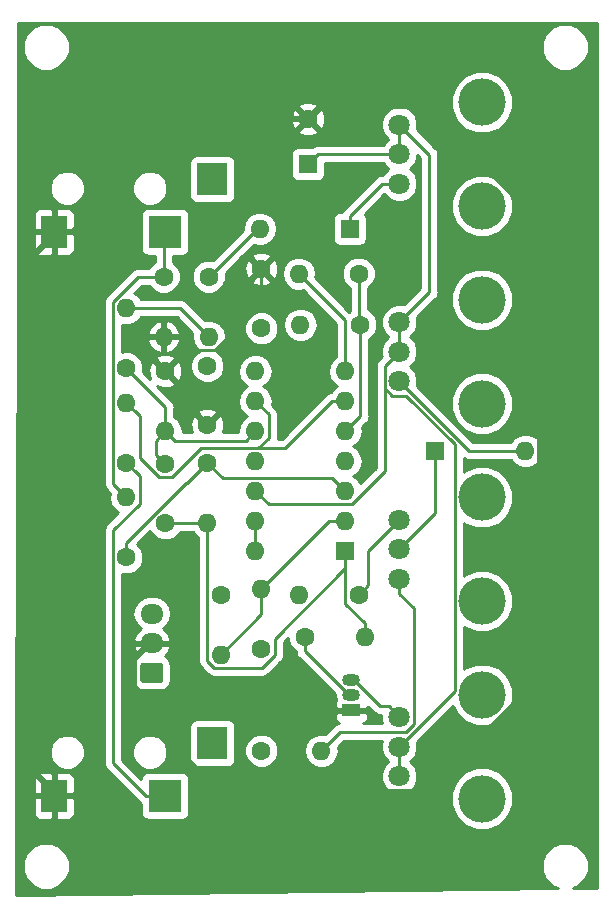
<source format=gbr>
G04 #@! TF.GenerationSoftware,KiCad,Pcbnew,(5.0.1)-rc2*
G04 #@! TF.CreationDate,2018-12-04T01:24:34-05:00*
G04 #@! TF.ProjectId,envelope,656E76656C6F70652E6B696361645F70,rev?*
G04 #@! TF.SameCoordinates,Original*
G04 #@! TF.FileFunction,Copper,L1,Top,Signal*
G04 #@! TF.FilePolarity,Positive*
%FSLAX46Y46*%
G04 Gerber Fmt 4.6, Leading zero omitted, Abs format (unit mm)*
G04 Created by KiCad (PCBNEW (5.0.1)-rc2) date 12/4/2018 1:24:34 AM*
%MOMM*%
%LPD*%
G01*
G04 APERTURE LIST*
G04 #@! TA.AperFunction,ComponentPad*
%ADD10C,1.600000*%
G04 #@! TD*
G04 #@! TA.AperFunction,ComponentPad*
%ADD11O,1.600000X1.600000*%
G04 #@! TD*
G04 #@! TA.AperFunction,WasherPad*
%ADD12C,4.000000*%
G04 #@! TD*
G04 #@! TA.AperFunction,ComponentPad*
%ADD13C,1.800000*%
G04 #@! TD*
G04 #@! TA.AperFunction,ComponentPad*
%ADD14R,1.600000X1.600000*%
G04 #@! TD*
G04 #@! TA.AperFunction,Conductor*
%ADD15C,0.100000*%
G04 #@! TD*
G04 #@! TA.AperFunction,ComponentPad*
%ADD16C,1.700000*%
G04 #@! TD*
G04 #@! TA.AperFunction,ComponentPad*
%ADD17O,1.950000X1.700000*%
G04 #@! TD*
G04 #@! TA.AperFunction,SMDPad,CuDef*
%ADD18R,2.600000X2.800000*%
G04 #@! TD*
G04 #@! TA.AperFunction,SMDPad,CuDef*
%ADD19R,2.800000X2.800000*%
G04 #@! TD*
G04 #@! TA.AperFunction,SMDPad,CuDef*
%ADD20R,2.200000X2.800000*%
G04 #@! TD*
G04 #@! TA.AperFunction,ComponentPad*
%ADD21O,1.500000X1.050000*%
G04 #@! TD*
G04 #@! TA.AperFunction,ComponentPad*
%ADD22R,1.500000X1.050000*%
G04 #@! TD*
G04 #@! TA.AperFunction,Conductor*
%ADD23C,0.508000*%
G04 #@! TD*
G04 #@! TA.AperFunction,Conductor*
%ADD24C,0.254000*%
G04 #@! TD*
G04 APERTURE END LIST*
D10*
G04 #@! TO.P,R11,1*
G04 #@! TO.N,Net-(D1-Pad2)*
X144272000Y-45339000D03*
D11*
G04 #@! TO.P,R11,2*
G04 #@! TO.N,Net-(R11-Pad2)*
X144272000Y-50419000D03*
G04 #@! TD*
D12*
G04 #@! TO.P,RV_S1,*
G04 #@! TO.N,*
X167401000Y-72808332D03*
X167401000Y-64008332D03*
D13*
G04 #@! TO.P,RV_S1,1*
G04 #@! TO.N,Net-(R13-Pad2)*
X160401000Y-70908332D03*
G04 #@! TO.P,RV_S1,2*
G04 #@! TO.N,Net-(D2-Pad1)*
X160401000Y-68408332D03*
G04 #@! TO.P,RV_S1,3*
G04 #@! TO.N,Net-(R12-Pad1)*
X160401000Y-65908332D03*
G04 #@! TD*
G04 #@! TO.P,RV_R1,3*
G04 #@! TO.N,Net-(Q1-Pad3)*
X160401000Y-82630000D03*
G04 #@! TO.P,RV_R1,2*
G04 #@! TO.N,Net-(C5-Pad1)*
X160401000Y-85130000D03*
G04 #@! TO.P,RV_R1,1*
X160401000Y-87630000D03*
D12*
G04 #@! TO.P,RV_R1,*
G04 #@! TO.N,*
X167401000Y-80730000D03*
X167401000Y-89530000D03*
G04 #@! TD*
G04 #@! TO.P,RV_D1,*
G04 #@! TO.N,*
X167401000Y-56086666D03*
X167401000Y-47286666D03*
D13*
G04 #@! TO.P,RV_D1,1*
G04 #@! TO.N,Net-(D2-Pad2)*
X160401000Y-54186666D03*
G04 #@! TO.P,RV_D1,2*
G04 #@! TO.N,Net-(C5-Pad1)*
X160401000Y-51686666D03*
G04 #@! TO.P,RV_D1,3*
X160401000Y-49186666D03*
G04 #@! TD*
G04 #@! TO.P,RV_A1,3*
G04 #@! TO.N,Net-(C5-Pad1)*
X160401000Y-32465000D03*
G04 #@! TO.P,RV_A1,2*
X160401000Y-34965000D03*
G04 #@! TO.P,RV_A1,1*
G04 #@! TO.N,Net-(D1-Pad1)*
X160401000Y-37465000D03*
D12*
G04 #@! TO.P,RV_A1,*
G04 #@! TO.N,*
X167401000Y-30565000D03*
X167401000Y-39365000D03*
G04 #@! TD*
D14*
G04 #@! TO.P,C5,1*
G04 #@! TO.N,Net-(C5-Pad1)*
X152654000Y-35814000D03*
D10*
G04 #@! TO.P,C5,2*
G04 #@! TO.N,GND*
X152654000Y-32014000D03*
G04 #@! TD*
D15*
G04 #@! TO.N,-9V*
G04 #@! TO.C,J8*
G36*
X140195504Y-78018204D02*
X140219773Y-78021804D01*
X140243571Y-78027765D01*
X140266671Y-78036030D01*
X140288849Y-78046520D01*
X140309893Y-78059133D01*
X140329598Y-78073747D01*
X140347777Y-78090223D01*
X140364253Y-78108402D01*
X140378867Y-78128107D01*
X140391480Y-78149151D01*
X140401970Y-78171329D01*
X140410235Y-78194429D01*
X140416196Y-78218227D01*
X140419796Y-78242496D01*
X140421000Y-78267000D01*
X140421000Y-79467000D01*
X140419796Y-79491504D01*
X140416196Y-79515773D01*
X140410235Y-79539571D01*
X140401970Y-79562671D01*
X140391480Y-79584849D01*
X140378867Y-79605893D01*
X140364253Y-79625598D01*
X140347777Y-79643777D01*
X140329598Y-79660253D01*
X140309893Y-79674867D01*
X140288849Y-79687480D01*
X140266671Y-79697970D01*
X140243571Y-79706235D01*
X140219773Y-79712196D01*
X140195504Y-79715796D01*
X140171000Y-79717000D01*
X138721000Y-79717000D01*
X138696496Y-79715796D01*
X138672227Y-79712196D01*
X138648429Y-79706235D01*
X138625329Y-79697970D01*
X138603151Y-79687480D01*
X138582107Y-79674867D01*
X138562402Y-79660253D01*
X138544223Y-79643777D01*
X138527747Y-79625598D01*
X138513133Y-79605893D01*
X138500520Y-79584849D01*
X138490030Y-79562671D01*
X138481765Y-79539571D01*
X138475804Y-79515773D01*
X138472204Y-79491504D01*
X138471000Y-79467000D01*
X138471000Y-78267000D01*
X138472204Y-78242496D01*
X138475804Y-78218227D01*
X138481765Y-78194429D01*
X138490030Y-78171329D01*
X138500520Y-78149151D01*
X138513133Y-78128107D01*
X138527747Y-78108402D01*
X138544223Y-78090223D01*
X138562402Y-78073747D01*
X138582107Y-78059133D01*
X138603151Y-78046520D01*
X138625329Y-78036030D01*
X138648429Y-78027765D01*
X138672227Y-78021804D01*
X138696496Y-78018204D01*
X138721000Y-78017000D01*
X140171000Y-78017000D01*
X140195504Y-78018204D01*
X140195504Y-78018204D01*
G37*
D16*
G04 #@! TD*
G04 #@! TO.P,J8,1*
G04 #@! TO.N,-9V*
X139446000Y-78867000D03*
D17*
G04 #@! TO.P,J8,2*
G04 #@! TO.N,GND*
X139446000Y-76367000D03*
G04 #@! TO.P,J8,3*
G04 #@! TO.N,+9V*
X139446000Y-73867000D03*
G04 #@! TD*
D10*
G04 #@! TO.P,C1,2*
G04 #@! TO.N,-9V*
X144145000Y-52912000D03*
G04 #@! TO.P,C1,1*
G04 #@! TO.N,GND*
X144145000Y-57912000D03*
G04 #@! TD*
G04 #@! TO.P,C3,1*
G04 #@! TO.N,Net-(C3-Pad1)*
X140589000Y-61214000D03*
G04 #@! TO.P,C3,2*
G04 #@! TO.N,Net-(C3-Pad2)*
X140589000Y-66214000D03*
G04 #@! TD*
G04 #@! TO.P,C4,2*
G04 #@! TO.N,+9V*
X148717000Y-49704000D03*
G04 #@! TO.P,C4,1*
G04 #@! TO.N,GND*
X148717000Y-44704000D03*
G04 #@! TD*
D11*
G04 #@! TO.P,D1,2*
G04 #@! TO.N,Net-(D1-Pad2)*
X148590000Y-41275000D03*
D14*
G04 #@! TO.P,D1,1*
G04 #@! TO.N,Net-(D1-Pad1)*
X156210000Y-41275000D03*
G04 #@! TD*
G04 #@! TO.P,D2,1*
G04 #@! TO.N,Net-(D2-Pad1)*
X163449000Y-60071000D03*
D11*
G04 #@! TO.P,D2,2*
G04 #@! TO.N,Net-(D2-Pad2)*
X171069000Y-60071000D03*
G04 #@! TD*
D18*
G04 #@! TO.P,J2,TN*
G04 #@! TO.N,Net-(J2-PadTN)*
X144567000Y-37096000D03*
D19*
G04 #@! TO.P,J2,T*
G04 #@! TO.N,Net-(J2-PadT)*
X140567000Y-41546000D03*
D20*
G04 #@! TO.P,J2,S*
G04 #@! TO.N,GND*
X131167000Y-41546000D03*
G04 #@! TD*
G04 #@! TO.P,J9,S*
G04 #@! TO.N,GND*
X131167000Y-89298000D03*
D19*
G04 #@! TO.P,J9,T*
G04 #@! TO.N,Net-(J9-PadT)*
X140567000Y-89298000D03*
D18*
G04 #@! TO.P,J9,TN*
G04 #@! TO.N,Net-(J9-PadTN)*
X144567000Y-84848000D03*
G04 #@! TD*
D21*
G04 #@! TO.P,Q1,2*
G04 #@! TO.N,Net-(Q1-Pad2)*
X156337000Y-80772000D03*
G04 #@! TO.P,Q1,3*
G04 #@! TO.N,Net-(Q1-Pad3)*
X156337000Y-79502000D03*
D22*
G04 #@! TO.P,Q1,1*
G04 #@! TO.N,GND*
X156337000Y-82042000D03*
G04 #@! TD*
D11*
G04 #@! TO.P,R1,2*
G04 #@! TO.N,Net-(R1-Pad2)*
X145288000Y-77343000D03*
D10*
G04 #@! TO.P,R1,1*
G04 #@! TO.N,+9V*
X145288000Y-72263000D03*
G04 #@! TD*
D11*
G04 #@! TO.P,R2,2*
G04 #@! TO.N,Net-(R1-Pad2)*
X148717000Y-71755000D03*
D10*
G04 #@! TO.P,R2,1*
G04 #@! TO.N,GND*
X148717000Y-76835000D03*
G04 #@! TD*
G04 #@! TO.P,R3,1*
G04 #@! TO.N,Net-(J2-PadT)*
X140462000Y-45339000D03*
D11*
G04 #@! TO.P,R3,2*
G04 #@! TO.N,GND*
X140462000Y-50419000D03*
G04 #@! TD*
D10*
G04 #@! TO.P,R4,1*
G04 #@! TO.N,Net-(R4-Pad1)*
X137287000Y-69088000D03*
D11*
G04 #@! TO.P,R4,2*
G04 #@! TO.N,Net-(J2-PadT)*
X137287000Y-64008000D03*
G04 #@! TD*
D10*
G04 #@! TO.P,R5,1*
G04 #@! TO.N,Net-(R5-Pad1)*
X157099000Y-49403000D03*
D11*
G04 #@! TO.P,R5,2*
G04 #@! TO.N,Net-(R1-Pad2)*
X152019000Y-49403000D03*
G04 #@! TD*
G04 #@! TO.P,R6,2*
G04 #@! TO.N,Net-(C3-Pad2)*
X144145000Y-66167000D03*
D10*
G04 #@! TO.P,R6,1*
G04 #@! TO.N,Net-(R4-Pad1)*
X144145000Y-61087000D03*
G04 #@! TD*
G04 #@! TO.P,R7,1*
G04 #@! TO.N,Net-(R5-Pad1)*
X156972000Y-45085000D03*
D11*
G04 #@! TO.P,R7,2*
G04 #@! TO.N,Net-(R7-Pad2)*
X151892000Y-45085000D03*
G04 #@! TD*
D10*
G04 #@! TO.P,R8,1*
G04 #@! TO.N,GND*
X140589000Y-53340000D03*
D11*
G04 #@! TO.P,R8,2*
G04 #@! TO.N,Net-(C3-Pad1)*
X140589000Y-58420000D03*
G04 #@! TD*
G04 #@! TO.P,R9,2*
G04 #@! TO.N,Net-(R11-Pad2)*
X137287000Y-48006000D03*
D10*
G04 #@! TO.P,R9,1*
G04 #@! TO.N,Net-(C3-Pad1)*
X137287000Y-53086000D03*
G04 #@! TD*
D11*
G04 #@! TO.P,R10,2*
G04 #@! TO.N,Net-(C3-Pad2)*
X157480000Y-75819000D03*
D10*
G04 #@! TO.P,R10,1*
G04 #@! TO.N,Net-(Q1-Pad2)*
X152400000Y-75819000D03*
G04 #@! TD*
D11*
G04 #@! TO.P,R12,2*
G04 #@! TO.N,Net-(R11-Pad2)*
X151892000Y-72263000D03*
D10*
G04 #@! TO.P,R12,1*
G04 #@! TO.N,Net-(R12-Pad1)*
X156972000Y-72263000D03*
G04 #@! TD*
D11*
G04 #@! TO.P,R13,2*
G04 #@! TO.N,Net-(R13-Pad2)*
X153797000Y-85471000D03*
D10*
G04 #@! TO.P,R13,1*
G04 #@! TO.N,+9V*
X148717000Y-85471000D03*
G04 #@! TD*
G04 #@! TO.P,R14,1*
G04 #@! TO.N,Net-(J9-PadT)*
X137287000Y-61087000D03*
D11*
G04 #@! TO.P,R14,2*
G04 #@! TO.N,Net-(R14-Pad2)*
X137287000Y-56007000D03*
G04 #@! TD*
D14*
G04 #@! TO.P,U2,1*
G04 #@! TO.N,Net-(C3-Pad2)*
X155829000Y-68580000D03*
D11*
G04 #@! TO.P,U2,8*
G04 #@! TO.N,Net-(R11-Pad2)*
X148209000Y-53340000D03*
G04 #@! TO.P,U2,2*
G04 #@! TO.N,Net-(R1-Pad2)*
X155829000Y-66040000D03*
G04 #@! TO.P,U2,9*
G04 #@! TO.N,Net-(R14-Pad2)*
X148209000Y-55880000D03*
G04 #@! TO.P,U2,3*
G04 #@! TO.N,Net-(R4-Pad1)*
X155829000Y-63500000D03*
G04 #@! TO.P,U2,10*
G04 #@! TO.N,Net-(C3-Pad1)*
X148209000Y-58420000D03*
G04 #@! TO.P,U2,4*
G04 #@! TO.N,+9V*
X155829000Y-60960000D03*
G04 #@! TO.P,U2,11*
G04 #@! TO.N,-9V*
X148209000Y-60960000D03*
G04 #@! TO.P,U2,5*
G04 #@! TO.N,Net-(R5-Pad1)*
X155829000Y-58420000D03*
G04 #@! TO.P,U2,12*
G04 #@! TO.N,Net-(C5-Pad1)*
X148209000Y-63500000D03*
G04 #@! TO.P,U2,6*
G04 #@! TO.N,Net-(R14-Pad2)*
X155829000Y-55880000D03*
G04 #@! TO.P,U2,13*
X148209000Y-66040000D03*
G04 #@! TO.P,U2,7*
G04 #@! TO.N,Net-(R7-Pad2)*
X155829000Y-53340000D03*
G04 #@! TO.P,U2,14*
G04 #@! TO.N,Net-(R14-Pad2)*
X148209000Y-68580000D03*
G04 #@! TD*
D23*
G04 #@! TO.N,GND*
X131167000Y-88998000D02*
X131167000Y-89298000D01*
X129559000Y-87390000D02*
X131167000Y-88998000D01*
X131167000Y-41846000D02*
X129559000Y-43454000D01*
X131167000Y-41546000D02*
X131167000Y-41846000D01*
X129559000Y-43454000D02*
X129559000Y-84582000D01*
X129559000Y-84582000D02*
X129559000Y-87390000D01*
D24*
X148717000Y-45835370D02*
X148717000Y-44704000D01*
X148717000Y-47641962D02*
X148717000Y-45835370D01*
X144812961Y-51546001D02*
X148717000Y-47641962D01*
X142720371Y-51546001D02*
X144812961Y-51546001D01*
X141593370Y-50419000D02*
X142720371Y-51546001D01*
X140462000Y-50419000D02*
X141593370Y-50419000D01*
D23*
X151522630Y-32014000D02*
X152654000Y-32014000D01*
X142307000Y-32014000D02*
X151522630Y-32014000D01*
X132775000Y-41546000D02*
X142307000Y-32014000D01*
X131167000Y-41546000D02*
X132775000Y-41546000D01*
X139321000Y-76367000D02*
X139446000Y-76367000D01*
X137963000Y-77725000D02*
X139321000Y-76367000D01*
X137963000Y-81761202D02*
X137963000Y-77725000D01*
X145185799Y-88984001D02*
X137963000Y-81761202D01*
X162778921Y-88984001D02*
X145185799Y-88984001D01*
X172323001Y-79439921D02*
X162778921Y-88984001D01*
X172323001Y-40655079D02*
X172323001Y-79439921D01*
X162528922Y-30861000D02*
X172323001Y-40655079D01*
X153807000Y-30861000D02*
X162528922Y-30861000D01*
X152654000Y-32014000D02*
X153807000Y-30861000D01*
D24*
G04 #@! TO.N,Net-(C3-Pad1)*
X147409001Y-59219999D02*
X148209000Y-58420000D01*
X141388999Y-59219999D02*
X147409001Y-59219999D01*
X140589000Y-58420000D02*
X141388999Y-59219999D01*
X139789001Y-60414001D02*
X140589000Y-61214000D01*
X139789001Y-59219999D02*
X139789001Y-60414001D01*
X140589000Y-58420000D02*
X139789001Y-59219999D01*
X140589000Y-56388000D02*
X140589000Y-58420000D01*
X137287000Y-53086000D02*
X140589000Y-56388000D01*
G04 #@! TO.N,Net-(C3-Pad2)*
X155829000Y-69634000D02*
X155829000Y-68580000D01*
X155829000Y-73036630D02*
X155829000Y-69634000D01*
X157480000Y-74687630D02*
X155829000Y-73036630D01*
X157480000Y-75819000D02*
X157480000Y-74687630D01*
X144747039Y-78470001D02*
X144145000Y-77867962D01*
X148749961Y-78470001D02*
X144747039Y-78470001D01*
X144145000Y-67298370D02*
X144145000Y-66167000D01*
X149844001Y-77375961D02*
X148749961Y-78470001D01*
X144145000Y-77867962D02*
X144145000Y-67298370D01*
X149844001Y-75978961D02*
X149844001Y-77375961D01*
X155829000Y-69993962D02*
X149844001Y-75978961D01*
X155829000Y-68580000D02*
X155829000Y-69993962D01*
X144098000Y-66214000D02*
X144145000Y-66167000D01*
X140589000Y-66214000D02*
X144098000Y-66214000D01*
G04 #@! TO.N,Net-(C5-Pad1)*
X160401000Y-87630000D02*
X160401000Y-85130000D01*
X160401000Y-51686666D02*
X160401000Y-49186666D01*
X153503000Y-34965000D02*
X152654000Y-35814000D01*
X160401000Y-34965000D02*
X153503000Y-34965000D01*
X161300999Y-48286667D02*
X160401000Y-49186666D01*
X162941000Y-46646666D02*
X161300999Y-48286667D01*
X162941000Y-35005000D02*
X162941000Y-46646666D01*
X160401000Y-32465000D02*
X162941000Y-35005000D01*
X159173999Y-61822963D02*
X159173999Y-52913667D01*
X156369961Y-64627001D02*
X159173999Y-61822963D01*
X149336001Y-64627001D02*
X156369961Y-64627001D01*
X148209000Y-63500000D02*
X149336001Y-64627001D01*
X159501001Y-52586665D02*
X160401000Y-51686666D01*
X159173999Y-52913667D02*
X159501001Y-52586665D01*
X159173999Y-54775627D02*
X159173999Y-52913667D01*
X159812039Y-55413667D02*
X159173999Y-54775627D01*
X160980269Y-55413667D02*
X159812039Y-55413667D01*
X165073999Y-59507397D02*
X160980269Y-55413667D01*
X165073999Y-80457001D02*
X165073999Y-59507397D01*
X160401000Y-85130000D02*
X165073999Y-80457001D01*
X160401000Y-32465000D02*
X160401000Y-34965000D01*
G04 #@! TO.N,Net-(D1-Pad2)*
X148336000Y-41275000D02*
X148590000Y-41275000D01*
X144272000Y-45339000D02*
X148336000Y-41275000D01*
G04 #@! TO.N,Net-(D1-Pad1)*
X159128208Y-37465000D02*
X160401000Y-37465000D01*
X158966000Y-37465000D02*
X159128208Y-37465000D01*
X156210000Y-40221000D02*
X158966000Y-37465000D01*
X156210000Y-41275000D02*
X156210000Y-40221000D01*
G04 #@! TO.N,Net-(D2-Pad1)*
X163449000Y-65360332D02*
X163449000Y-60071000D01*
X160401000Y-68408332D02*
X163449000Y-65360332D01*
G04 #@! TO.N,Net-(D2-Pad2)*
X166285334Y-60071000D02*
X171069000Y-60071000D01*
X160401000Y-54186666D02*
X166285334Y-60071000D01*
G04 #@! TO.N,Net-(Q1-Pad2)*
X156112000Y-80772000D02*
X156337000Y-80772000D01*
X152400000Y-77060000D02*
X156112000Y-80772000D01*
X152400000Y-75819000D02*
X152400000Y-77060000D01*
G04 #@! TO.N,Net-(Q1-Pad3)*
X156562000Y-79502000D02*
X156337000Y-79502000D01*
X158790001Y-81730001D02*
X156562000Y-79502000D01*
X159501001Y-81730001D02*
X158790001Y-81730001D01*
X160401000Y-82630000D02*
X159501001Y-81730001D01*
G04 #@! TO.N,Net-(R1-Pad2)*
X148717000Y-73914000D02*
X148717000Y-71755000D01*
X145288000Y-77343000D02*
X148717000Y-73914000D01*
X154432000Y-66040000D02*
X155829000Y-66040000D01*
X148717000Y-71755000D02*
X154432000Y-66040000D01*
G04 #@! TO.N,Net-(J2-PadT)*
X140462000Y-41651000D02*
X140567000Y-41546000D01*
X140462000Y-45339000D02*
X140462000Y-41651000D01*
X136487001Y-63208001D02*
X137287000Y-64008000D01*
X136159999Y-62880999D02*
X136487001Y-63208001D01*
X136159999Y-47465039D02*
X136159999Y-62880999D01*
X138286038Y-45339000D02*
X136159999Y-47465039D01*
X140462000Y-45339000D02*
X138286038Y-45339000D01*
G04 #@! TO.N,Net-(R4-Pad1)*
X155029001Y-62700001D02*
X155829000Y-63500000D01*
X154701999Y-62372999D02*
X155029001Y-62700001D01*
X145430999Y-62372999D02*
X154701999Y-62372999D01*
X144145000Y-61087000D02*
X145430999Y-62372999D01*
X137287000Y-67956630D02*
X137287000Y-69088000D01*
X137287000Y-67848038D02*
X137287000Y-67956630D01*
X142340028Y-62795010D02*
X137287000Y-67848038D01*
X142436990Y-62795010D02*
X142340028Y-62795010D01*
X144145000Y-61087000D02*
X142436990Y-62795010D01*
G04 #@! TO.N,Net-(R5-Pad1)*
X156972000Y-49276000D02*
X157099000Y-49403000D01*
X156972000Y-45085000D02*
X156972000Y-49276000D01*
X157099000Y-57150000D02*
X155829000Y-58420000D01*
X157099000Y-49403000D02*
X157099000Y-57150000D01*
G04 #@! TO.N,Net-(R7-Pad2)*
X155829000Y-49022000D02*
X151892000Y-45085000D01*
X155829000Y-53340000D02*
X155829000Y-49022000D01*
G04 #@! TO.N,Net-(R11-Pad2)*
X141859000Y-48006000D02*
X137287000Y-48006000D01*
X144272000Y-50419000D02*
X141859000Y-48006000D01*
G04 #@! TO.N,Net-(R12-Pad1)*
X159501001Y-66808331D02*
X160401000Y-65908332D01*
X157771999Y-68537333D02*
X159501001Y-66808331D01*
X157771999Y-71463001D02*
X157771999Y-68537333D01*
X156972000Y-72263000D02*
X157771999Y-71463001D01*
G04 #@! TO.N,Net-(R13-Pad2)*
X155365001Y-83902999D02*
X153797000Y-85471000D01*
X160943963Y-83902999D02*
X155365001Y-83902999D01*
X161628001Y-83218961D02*
X160943963Y-83902999D01*
X161628001Y-73408125D02*
X161628001Y-83218961D01*
X160401000Y-70908332D02*
X160401000Y-72181124D01*
X160401000Y-72181124D02*
X161628001Y-73408125D01*
G04 #@! TO.N,Net-(J9-PadT)*
X138414001Y-62214001D02*
X138086999Y-61886999D01*
X138414001Y-64548961D02*
X138414001Y-62214001D01*
X138086999Y-61886999D02*
X137287000Y-61087000D01*
X136159999Y-66802963D02*
X138414001Y-64548961D01*
X136159999Y-86544999D02*
X136159999Y-66802963D01*
X138913000Y-89298000D02*
X136159999Y-86544999D01*
X140567000Y-89298000D02*
X138913000Y-89298000D01*
G04 #@! TO.N,Net-(R14-Pad2)*
X138414001Y-57134001D02*
X138086999Y-56806999D01*
X138414001Y-60706963D02*
X138414001Y-57134001D01*
X141129961Y-62341001D02*
X140048039Y-62341001D01*
X140048039Y-62341001D02*
X138414001Y-60706963D01*
X143637963Y-59832999D02*
X141129961Y-62341001D01*
X138086999Y-56806999D02*
X137287000Y-56007000D01*
X154697630Y-55880000D02*
X150744631Y-59832999D01*
X155829000Y-55880000D02*
X154697630Y-55880000D01*
X148463963Y-59832999D02*
X148209000Y-59832999D01*
X149336001Y-58960961D02*
X148463963Y-59832999D01*
X149336001Y-57007001D02*
X149336001Y-58960961D01*
X148209000Y-55880000D02*
X149336001Y-57007001D01*
X150744631Y-59832999D02*
X148209000Y-59832999D01*
X148209000Y-59832999D02*
X143637963Y-59832999D01*
X148209000Y-67448630D02*
X148209000Y-66040000D01*
X148209000Y-68580000D02*
X148209000Y-67448630D01*
G04 #@! TD*
G04 #@! TO.N,GND*
G36*
X177115000Y-97095720D02*
X175109878Y-97118797D01*
X175558912Y-96932801D01*
X176117301Y-96374412D01*
X176419500Y-95644841D01*
X176419500Y-94855159D01*
X176117301Y-94125588D01*
X175558912Y-93567199D01*
X174829341Y-93265000D01*
X174039659Y-93265000D01*
X173310088Y-93567199D01*
X172751699Y-94125588D01*
X172449500Y-94855159D01*
X172449500Y-95644841D01*
X172751699Y-96374412D01*
X173310088Y-96932801D01*
X173795638Y-97133923D01*
X127952831Y-97661526D01*
X127960051Y-94855159D01*
X128507500Y-94855159D01*
X128507500Y-95644841D01*
X128809699Y-96374412D01*
X129368088Y-96932801D01*
X130097659Y-97235000D01*
X130887341Y-97235000D01*
X131616912Y-96932801D01*
X132175301Y-96374412D01*
X132477500Y-95644841D01*
X132477500Y-94855159D01*
X132175301Y-94125588D01*
X131616912Y-93567199D01*
X130887341Y-93265000D01*
X130097659Y-93265000D01*
X129368088Y-93567199D01*
X128809699Y-94125588D01*
X128507500Y-94855159D01*
X127960051Y-94855159D01*
X127973613Y-89583750D01*
X129432000Y-89583750D01*
X129432000Y-90824310D01*
X129528673Y-91057699D01*
X129707302Y-91236327D01*
X129940691Y-91333000D01*
X130881250Y-91333000D01*
X131040000Y-91174250D01*
X131040000Y-89425000D01*
X131294000Y-89425000D01*
X131294000Y-91174250D01*
X131452750Y-91333000D01*
X132393309Y-91333000D01*
X132626698Y-91236327D01*
X132805327Y-91057699D01*
X132902000Y-90824310D01*
X132902000Y-89583750D01*
X132743250Y-89425000D01*
X131294000Y-89425000D01*
X131040000Y-89425000D01*
X129590750Y-89425000D01*
X129432000Y-89583750D01*
X127973613Y-89583750D01*
X127978275Y-87771690D01*
X129432000Y-87771690D01*
X129432000Y-89012250D01*
X129590750Y-89171000D01*
X131040000Y-89171000D01*
X131040000Y-87421750D01*
X131294000Y-87421750D01*
X131294000Y-89171000D01*
X132743250Y-89171000D01*
X132902000Y-89012250D01*
X132902000Y-87771690D01*
X132805327Y-87538301D01*
X132626698Y-87359673D01*
X132393309Y-87263000D01*
X131452750Y-87263000D01*
X131294000Y-87421750D01*
X131040000Y-87421750D01*
X130881250Y-87263000D01*
X129940691Y-87263000D01*
X129707302Y-87359673D01*
X129528673Y-87538301D01*
X129432000Y-87771690D01*
X127978275Y-87771690D01*
X127984627Y-85302615D01*
X130782000Y-85302615D01*
X130782000Y-85893385D01*
X131008078Y-86439185D01*
X131425815Y-86856922D01*
X131971615Y-87083000D01*
X132562385Y-87083000D01*
X133108185Y-86856922D01*
X133525922Y-86439185D01*
X133752000Y-85893385D01*
X133752000Y-85302615D01*
X133525922Y-84756815D01*
X133108185Y-84339078D01*
X132562385Y-84113000D01*
X131971615Y-84113000D01*
X131425815Y-84339078D01*
X131008078Y-84756815D01*
X130782000Y-85302615D01*
X127984627Y-85302615D01*
X128081980Y-47465039D01*
X135383072Y-47465039D01*
X135397999Y-47540082D01*
X135398000Y-62805951D01*
X135383072Y-62880999D01*
X135409577Y-63014251D01*
X135442212Y-63178316D01*
X135610629Y-63430370D01*
X135674251Y-63472881D01*
X135887843Y-63686473D01*
X135823887Y-64008000D01*
X135935260Y-64567909D01*
X136252423Y-65042577D01*
X136606301Y-65279031D01*
X135674250Y-66211082D01*
X135610629Y-66253592D01*
X135568118Y-66317214D01*
X135568117Y-66317215D01*
X135442212Y-66505646D01*
X135383072Y-66802963D01*
X135398000Y-66878011D01*
X135397999Y-86469956D01*
X135383072Y-86544999D01*
X135397999Y-86620042D01*
X135397999Y-86620046D01*
X135442211Y-86842315D01*
X135610628Y-87094370D01*
X135674252Y-87136882D01*
X138321118Y-89783749D01*
X138363629Y-89847371D01*
X138427251Y-89889882D01*
X138519560Y-89951561D01*
X138519560Y-90698000D01*
X138568843Y-90945765D01*
X138709191Y-91155809D01*
X138919235Y-91296157D01*
X139167000Y-91345440D01*
X141967000Y-91345440D01*
X142214765Y-91296157D01*
X142424809Y-91155809D01*
X142565157Y-90945765D01*
X142614440Y-90698000D01*
X142614440Y-87898000D01*
X142565157Y-87650235D01*
X142424809Y-87440191D01*
X142214765Y-87299843D01*
X141967000Y-87250560D01*
X139167000Y-87250560D01*
X138919235Y-87299843D01*
X138709191Y-87440191D01*
X138568843Y-87650235D01*
X138531351Y-87838721D01*
X136921999Y-86229369D01*
X136921999Y-85302615D01*
X137782000Y-85302615D01*
X137782000Y-85893385D01*
X138008078Y-86439185D01*
X138425815Y-86856922D01*
X138971615Y-87083000D01*
X139562385Y-87083000D01*
X140108185Y-86856922D01*
X140525922Y-86439185D01*
X140752000Y-85893385D01*
X140752000Y-85302615D01*
X140525922Y-84756815D01*
X140108185Y-84339078D01*
X139562385Y-84113000D01*
X138971615Y-84113000D01*
X138425815Y-84339078D01*
X138008078Y-84756815D01*
X137782000Y-85302615D01*
X136921999Y-85302615D01*
X136921999Y-83448000D01*
X142619560Y-83448000D01*
X142619560Y-86248000D01*
X142668843Y-86495765D01*
X142809191Y-86705809D01*
X143019235Y-86846157D01*
X143267000Y-86895440D01*
X145867000Y-86895440D01*
X146114765Y-86846157D01*
X146324809Y-86705809D01*
X146465157Y-86495765D01*
X146514440Y-86248000D01*
X146514440Y-85185561D01*
X147282000Y-85185561D01*
X147282000Y-85756439D01*
X147500466Y-86283862D01*
X147904138Y-86687534D01*
X148431561Y-86906000D01*
X149002439Y-86906000D01*
X149529862Y-86687534D01*
X149933534Y-86283862D01*
X150152000Y-85756439D01*
X150152000Y-85185561D01*
X149933534Y-84658138D01*
X149529862Y-84254466D01*
X149002439Y-84036000D01*
X148431561Y-84036000D01*
X147904138Y-84254466D01*
X147500466Y-84658138D01*
X147282000Y-85185561D01*
X146514440Y-85185561D01*
X146514440Y-83448000D01*
X146465157Y-83200235D01*
X146324809Y-82990191D01*
X146114765Y-82849843D01*
X145867000Y-82800560D01*
X143267000Y-82800560D01*
X143019235Y-82849843D01*
X142809191Y-82990191D01*
X142668843Y-83200235D01*
X142619560Y-83448000D01*
X136921999Y-83448000D01*
X136921999Y-78267000D01*
X137823560Y-78267000D01*
X137823560Y-79467000D01*
X137891874Y-79810435D01*
X138086414Y-80101586D01*
X138377565Y-80296126D01*
X138721000Y-80364440D01*
X140171000Y-80364440D01*
X140514435Y-80296126D01*
X140805586Y-80101586D01*
X141000126Y-79810435D01*
X141068440Y-79467000D01*
X141068440Y-78267000D01*
X141000126Y-77923565D01*
X140805586Y-77632414D01*
X140539789Y-77454815D01*
X140773497Y-77238193D01*
X141012476Y-76723890D01*
X140891155Y-76494000D01*
X139573000Y-76494000D01*
X139573000Y-76514000D01*
X139319000Y-76514000D01*
X139319000Y-76494000D01*
X138000845Y-76494000D01*
X137879524Y-76723890D01*
X138118503Y-77238193D01*
X138352211Y-77454815D01*
X138086414Y-77632414D01*
X137891874Y-77923565D01*
X137823560Y-78267000D01*
X136921999Y-78267000D01*
X136921999Y-73867000D01*
X137806908Y-73867000D01*
X137922161Y-74446418D01*
X138250375Y-74937625D01*
X138523687Y-75120246D01*
X138118503Y-75495807D01*
X137879524Y-76010110D01*
X138000845Y-76240000D01*
X139319000Y-76240000D01*
X139319000Y-76220000D01*
X139573000Y-76220000D01*
X139573000Y-76240000D01*
X140891155Y-76240000D01*
X141012476Y-76010110D01*
X140773497Y-75495807D01*
X140368313Y-75120246D01*
X140641625Y-74937625D01*
X140969839Y-74446418D01*
X141085092Y-73867000D01*
X140969839Y-73287582D01*
X140641625Y-72796375D01*
X140150418Y-72468161D01*
X139717256Y-72382000D01*
X139174744Y-72382000D01*
X138741582Y-72468161D01*
X138250375Y-72796375D01*
X137922161Y-73287582D01*
X137806908Y-73867000D01*
X136921999Y-73867000D01*
X136921999Y-70490044D01*
X137001561Y-70523000D01*
X137572439Y-70523000D01*
X138099862Y-70304534D01*
X138503534Y-69900862D01*
X138722000Y-69373439D01*
X138722000Y-68802561D01*
X138503534Y-68275138D01*
X138220532Y-67992136D01*
X139317795Y-66894874D01*
X139372466Y-67026862D01*
X139776138Y-67430534D01*
X140303561Y-67649000D01*
X140874439Y-67649000D01*
X141401862Y-67430534D01*
X141805534Y-67026862D01*
X141826602Y-66976000D01*
X142959697Y-66976000D01*
X143110423Y-67201577D01*
X143383001Y-67383708D01*
X143383000Y-77792919D01*
X143368073Y-77867962D01*
X143383000Y-77943005D01*
X143383000Y-77943009D01*
X143427212Y-78165278D01*
X143595629Y-78417333D01*
X143659253Y-78459845D01*
X144155157Y-78955750D01*
X144197668Y-79019372D01*
X144449722Y-79187789D01*
X144671991Y-79232001D01*
X144671992Y-79232001D01*
X144747039Y-79246929D01*
X144822086Y-79232001D01*
X148674918Y-79232001D01*
X148749961Y-79246928D01*
X148825004Y-79232001D01*
X148825009Y-79232001D01*
X149047278Y-79187789D01*
X149299332Y-79019372D01*
X149341844Y-78955748D01*
X150329750Y-77967843D01*
X150393372Y-77925332D01*
X150452442Y-77836928D01*
X150561788Y-77673280D01*
X150561788Y-77673279D01*
X150561789Y-77673278D01*
X150606001Y-77451009D01*
X150606001Y-77451005D01*
X150620928Y-77375962D01*
X150606001Y-77300919D01*
X150606001Y-76294591D01*
X150965000Y-75935592D01*
X150965000Y-76104439D01*
X151183466Y-76631862D01*
X151587138Y-77035534D01*
X151624834Y-77051148D01*
X151623073Y-77060000D01*
X151682213Y-77357317D01*
X151690394Y-77369560D01*
X151850630Y-77609371D01*
X151914251Y-77651881D01*
X154946711Y-80684342D01*
X154929275Y-80772000D01*
X155019305Y-81224609D01*
X155020224Y-81225984D01*
X154952000Y-81390691D01*
X154952000Y-81756250D01*
X155110750Y-81915000D01*
X155912290Y-81915000D01*
X155997754Y-81932000D01*
X156676246Y-81932000D01*
X156761710Y-81915000D01*
X157563250Y-81915000D01*
X157722000Y-81756250D01*
X157722000Y-81739631D01*
X158198118Y-82215749D01*
X158240630Y-82279372D01*
X158304252Y-82321883D01*
X158492682Y-82447788D01*
X158492683Y-82447788D01*
X158492684Y-82447789D01*
X158714953Y-82492001D01*
X158714957Y-82492001D01*
X158790000Y-82506928D01*
X158865043Y-82492001D01*
X158866000Y-82492001D01*
X158866000Y-82935330D01*
X158951191Y-83140999D01*
X157360579Y-83140999D01*
X157446699Y-83105327D01*
X157625327Y-82926698D01*
X157722000Y-82693309D01*
X157722000Y-82327750D01*
X157563250Y-82169000D01*
X156464000Y-82169000D01*
X156464000Y-82189000D01*
X156210000Y-82189000D01*
X156210000Y-82169000D01*
X155110750Y-82169000D01*
X154952000Y-82327750D01*
X154952000Y-82693309D01*
X155048673Y-82926698D01*
X155227301Y-83105327D01*
X155305808Y-83137846D01*
X155289957Y-83140999D01*
X155289953Y-83140999D01*
X155067684Y-83185211D01*
X155067683Y-83185212D01*
X155067682Y-83185212D01*
X155012802Y-83221882D01*
X154815630Y-83353628D01*
X154773119Y-83417250D01*
X154118527Y-84071843D01*
X153938333Y-84036000D01*
X153655667Y-84036000D01*
X153237091Y-84119260D01*
X152762423Y-84436423D01*
X152445260Y-84911091D01*
X152333887Y-85471000D01*
X152445260Y-86030909D01*
X152762423Y-86505577D01*
X153237091Y-86822740D01*
X153655667Y-86906000D01*
X153938333Y-86906000D01*
X154356909Y-86822740D01*
X154831577Y-86505577D01*
X155148740Y-86030909D01*
X155260113Y-85471000D01*
X155196157Y-85149473D01*
X155680632Y-84664999D01*
X158932138Y-84664999D01*
X158866000Y-84824670D01*
X158866000Y-85435330D01*
X159099690Y-85999507D01*
X159480183Y-86380000D01*
X159099690Y-86760493D01*
X158866000Y-87324670D01*
X158866000Y-87935330D01*
X159099690Y-88499507D01*
X159531493Y-88931310D01*
X160095670Y-89165000D01*
X160706330Y-89165000D01*
X161090513Y-89005866D01*
X164766000Y-89005866D01*
X164766000Y-90054134D01*
X165167155Y-91022608D01*
X165908392Y-91763845D01*
X166876866Y-92165000D01*
X167925134Y-92165000D01*
X168893608Y-91763845D01*
X169634845Y-91022608D01*
X170036000Y-90054134D01*
X170036000Y-89005866D01*
X169634845Y-88037392D01*
X168893608Y-87296155D01*
X167925134Y-86895000D01*
X166876866Y-86895000D01*
X165908392Y-87296155D01*
X165167155Y-88037392D01*
X164766000Y-89005866D01*
X161090513Y-89005866D01*
X161270507Y-88931310D01*
X161702310Y-88499507D01*
X161936000Y-87935330D01*
X161936000Y-87324670D01*
X161702310Y-86760493D01*
X161321817Y-86380000D01*
X161702310Y-85999507D01*
X161936000Y-85435330D01*
X161936000Y-84824670D01*
X161891469Y-84717162D01*
X164938367Y-81670264D01*
X165167155Y-82222608D01*
X165908392Y-82963845D01*
X166876866Y-83365000D01*
X167925134Y-83365000D01*
X168893608Y-82963845D01*
X169634845Y-82222608D01*
X170036000Y-81254134D01*
X170036000Y-80205866D01*
X169634845Y-79237392D01*
X168893608Y-78496155D01*
X167925134Y-78095000D01*
X166876866Y-78095000D01*
X165908392Y-78496155D01*
X165835999Y-78568548D01*
X165835999Y-74969784D01*
X165908392Y-75042177D01*
X166876866Y-75443332D01*
X167925134Y-75443332D01*
X168893608Y-75042177D01*
X169634845Y-74300940D01*
X170036000Y-73332466D01*
X170036000Y-72284198D01*
X169634845Y-71315724D01*
X168893608Y-70574487D01*
X167925134Y-70173332D01*
X166876866Y-70173332D01*
X165908392Y-70574487D01*
X165835999Y-70646880D01*
X165835999Y-66169784D01*
X165908392Y-66242177D01*
X166876866Y-66643332D01*
X167925134Y-66643332D01*
X168893608Y-66242177D01*
X169634845Y-65500940D01*
X170036000Y-64532466D01*
X170036000Y-63484198D01*
X169634845Y-62515724D01*
X168893608Y-61774487D01*
X167925134Y-61373332D01*
X166876866Y-61373332D01*
X165908392Y-61774487D01*
X165835999Y-61846880D01*
X165835999Y-60687213D01*
X165988017Y-60788788D01*
X166210286Y-60833000D01*
X166210291Y-60833000D01*
X166285334Y-60847927D01*
X166360377Y-60833000D01*
X169852293Y-60833000D01*
X170034423Y-61105577D01*
X170509091Y-61422740D01*
X170927667Y-61506000D01*
X171210333Y-61506000D01*
X171628909Y-61422740D01*
X172103577Y-61105577D01*
X172420740Y-60630909D01*
X172532113Y-60071000D01*
X172420740Y-59511091D01*
X172103577Y-59036423D01*
X171628909Y-58719260D01*
X171210333Y-58636000D01*
X170927667Y-58636000D01*
X170509091Y-58719260D01*
X170034423Y-59036423D01*
X169852293Y-59309000D01*
X166600965Y-59309000D01*
X162854497Y-55562532D01*
X164766000Y-55562532D01*
X164766000Y-56610800D01*
X165167155Y-57579274D01*
X165908392Y-58320511D01*
X166876866Y-58721666D01*
X167925134Y-58721666D01*
X168893608Y-58320511D01*
X169634845Y-57579274D01*
X170036000Y-56610800D01*
X170036000Y-55562532D01*
X169634845Y-54594058D01*
X168893608Y-53852821D01*
X167925134Y-53451666D01*
X166876866Y-53451666D01*
X165908392Y-53852821D01*
X165167155Y-54594058D01*
X164766000Y-55562532D01*
X162854497Y-55562532D01*
X161891469Y-54599504D01*
X161936000Y-54491996D01*
X161936000Y-53881336D01*
X161702310Y-53317159D01*
X161321817Y-52936666D01*
X161702310Y-52556173D01*
X161936000Y-51991996D01*
X161936000Y-51381336D01*
X161702310Y-50817159D01*
X161321817Y-50436666D01*
X161702310Y-50056173D01*
X161936000Y-49491996D01*
X161936000Y-48881336D01*
X161891469Y-48773828D01*
X161892881Y-48772416D01*
X161892883Y-48772413D01*
X163426749Y-47238548D01*
X163490371Y-47196037D01*
X163658788Y-46943983D01*
X163694880Y-46762532D01*
X164766000Y-46762532D01*
X164766000Y-47810800D01*
X165167155Y-48779274D01*
X165908392Y-49520511D01*
X166876866Y-49921666D01*
X167925134Y-49921666D01*
X168893608Y-49520511D01*
X169634845Y-48779274D01*
X170036000Y-47810800D01*
X170036000Y-46762532D01*
X169634845Y-45794058D01*
X168893608Y-45052821D01*
X167925134Y-44651666D01*
X166876866Y-44651666D01*
X165908392Y-45052821D01*
X165167155Y-45794058D01*
X164766000Y-46762532D01*
X163694880Y-46762532D01*
X163703000Y-46721714D01*
X163703000Y-46721713D01*
X163717928Y-46646666D01*
X163703000Y-46571619D01*
X163703000Y-38840866D01*
X164766000Y-38840866D01*
X164766000Y-39889134D01*
X165167155Y-40857608D01*
X165908392Y-41598845D01*
X166876866Y-42000000D01*
X167925134Y-42000000D01*
X168893608Y-41598845D01*
X169634845Y-40857608D01*
X170036000Y-39889134D01*
X170036000Y-38840866D01*
X169634845Y-37872392D01*
X168893608Y-37131155D01*
X167925134Y-36730000D01*
X166876866Y-36730000D01*
X165908392Y-37131155D01*
X165167155Y-37872392D01*
X164766000Y-38840866D01*
X163703000Y-38840866D01*
X163703000Y-35080042D01*
X163717927Y-35004999D01*
X163703000Y-34929956D01*
X163703000Y-34929952D01*
X163658788Y-34707683D01*
X163490371Y-34455629D01*
X163426747Y-34413117D01*
X161891468Y-32877838D01*
X161936000Y-32770330D01*
X161936000Y-32159670D01*
X161702310Y-31595493D01*
X161270507Y-31163690D01*
X160706330Y-30930000D01*
X160095670Y-30930000D01*
X159531493Y-31163690D01*
X159099690Y-31595493D01*
X158866000Y-32159670D01*
X158866000Y-32770330D01*
X159099690Y-33334507D01*
X159480183Y-33715000D01*
X159099690Y-34095493D01*
X159055159Y-34203000D01*
X153578042Y-34203000D01*
X153502999Y-34188073D01*
X153427956Y-34203000D01*
X153427952Y-34203000D01*
X153205683Y-34247212D01*
X153205682Y-34247213D01*
X153205681Y-34247213D01*
X153027066Y-34366560D01*
X151854000Y-34366560D01*
X151606235Y-34415843D01*
X151396191Y-34556191D01*
X151255843Y-34766235D01*
X151206560Y-35014000D01*
X151206560Y-36614000D01*
X151255843Y-36861765D01*
X151396191Y-37071809D01*
X151606235Y-37212157D01*
X151854000Y-37261440D01*
X153454000Y-37261440D01*
X153701765Y-37212157D01*
X153911809Y-37071809D01*
X154052157Y-36861765D01*
X154101440Y-36614000D01*
X154101440Y-35727000D01*
X159055159Y-35727000D01*
X159099690Y-35834507D01*
X159480183Y-36215000D01*
X159099690Y-36595493D01*
X159055159Y-36703000D01*
X159041047Y-36703000D01*
X158966000Y-36688072D01*
X158890953Y-36703000D01*
X158890952Y-36703000D01*
X158668683Y-36747212D01*
X158416629Y-36915629D01*
X158374118Y-36979251D01*
X155724251Y-39629119D01*
X155660630Y-39671629D01*
X155618119Y-39735251D01*
X155618118Y-39735252D01*
X155556440Y-39827560D01*
X155410000Y-39827560D01*
X155162235Y-39876843D01*
X154952191Y-40017191D01*
X154811843Y-40227235D01*
X154762560Y-40475000D01*
X154762560Y-42075000D01*
X154811843Y-42322765D01*
X154952191Y-42532809D01*
X155162235Y-42673157D01*
X155410000Y-42722440D01*
X157010000Y-42722440D01*
X157257765Y-42673157D01*
X157467809Y-42532809D01*
X157608157Y-42322765D01*
X157657440Y-42075000D01*
X157657440Y-40475000D01*
X157608157Y-40227235D01*
X157477274Y-40031356D01*
X159136907Y-38371724D01*
X159531493Y-38766310D01*
X160095670Y-39000000D01*
X160706330Y-39000000D01*
X161270507Y-38766310D01*
X161702310Y-38334507D01*
X161936000Y-37770330D01*
X161936000Y-37159670D01*
X161702310Y-36595493D01*
X161321817Y-36215000D01*
X161702310Y-35834507D01*
X161936000Y-35270330D01*
X161936000Y-35077630D01*
X162179000Y-35320630D01*
X162179001Y-46331034D01*
X160815253Y-47694783D01*
X160815250Y-47694785D01*
X160813838Y-47696197D01*
X160706330Y-47651666D01*
X160095670Y-47651666D01*
X159531493Y-47885356D01*
X159099690Y-48317159D01*
X158866000Y-48881336D01*
X158866000Y-49491996D01*
X159099690Y-50056173D01*
X159480183Y-50436666D01*
X159099690Y-50817159D01*
X158866000Y-51381336D01*
X158866000Y-51991996D01*
X158910532Y-52099504D01*
X158688251Y-52321785D01*
X158624629Y-52364296D01*
X158582118Y-52427918D01*
X158582117Y-52427919D01*
X158456212Y-52616350D01*
X158397072Y-52913667D01*
X158412000Y-52988715D01*
X158411999Y-54700583D01*
X158397072Y-54775627D01*
X158411999Y-54850670D01*
X158411999Y-54850674D01*
X158412000Y-54850678D01*
X158411999Y-61507332D01*
X157100031Y-62819301D01*
X156863577Y-62465423D01*
X156511242Y-62230000D01*
X156863577Y-61994577D01*
X157180740Y-61519909D01*
X157292113Y-60960000D01*
X157180740Y-60400091D01*
X156863577Y-59925423D01*
X156511242Y-59690000D01*
X156863577Y-59454577D01*
X157180740Y-58979909D01*
X157292113Y-58420000D01*
X157228157Y-58098473D01*
X157584749Y-57741882D01*
X157648371Y-57699371D01*
X157742467Y-57558546D01*
X157816787Y-57447319D01*
X157816787Y-57447318D01*
X157816788Y-57447317D01*
X157861000Y-57225048D01*
X157861000Y-57225044D01*
X157875927Y-57150001D01*
X157861000Y-57074958D01*
X157861000Y-50640602D01*
X157911862Y-50619534D01*
X158315534Y-50215862D01*
X158534000Y-49688439D01*
X158534000Y-49117561D01*
X158315534Y-48590138D01*
X157911862Y-48186466D01*
X157734000Y-48112793D01*
X157734000Y-46322602D01*
X157784862Y-46301534D01*
X158188534Y-45897862D01*
X158407000Y-45370439D01*
X158407000Y-44799561D01*
X158188534Y-44272138D01*
X157784862Y-43868466D01*
X157257439Y-43650000D01*
X156686561Y-43650000D01*
X156159138Y-43868466D01*
X155755466Y-44272138D01*
X155537000Y-44799561D01*
X155537000Y-45370439D01*
X155755466Y-45897862D01*
X156159138Y-46301534D01*
X156210000Y-46322602D01*
X156210001Y-48262603D01*
X156178617Y-48293987D01*
X153291157Y-45406527D01*
X153355113Y-45085000D01*
X153243740Y-44525091D01*
X152926577Y-44050423D01*
X152451909Y-43733260D01*
X152033333Y-43650000D01*
X151750667Y-43650000D01*
X151332091Y-43733260D01*
X150857423Y-44050423D01*
X150540260Y-44525091D01*
X150428887Y-45085000D01*
X150540260Y-45644909D01*
X150857423Y-46119577D01*
X151332091Y-46436740D01*
X151750667Y-46520000D01*
X152033333Y-46520000D01*
X152213527Y-46484157D01*
X155067001Y-49337632D01*
X155067000Y-52123293D01*
X154794423Y-52305423D01*
X154477260Y-52780091D01*
X154365887Y-53340000D01*
X154477260Y-53899909D01*
X154794423Y-54374577D01*
X155146758Y-54610000D01*
X154794423Y-54845423D01*
X154610716Y-55120360D01*
X154400313Y-55162212D01*
X154148259Y-55330629D01*
X154105748Y-55394251D01*
X150429001Y-59070999D01*
X150091041Y-59070999D01*
X150098001Y-59036009D01*
X150098001Y-59036004D01*
X150112928Y-58960961D01*
X150098001Y-58885918D01*
X150098001Y-57082043D01*
X150112928Y-57007000D01*
X150098001Y-56931957D01*
X150098001Y-56931953D01*
X150053789Y-56709684D01*
X149885372Y-56457630D01*
X149821751Y-56415120D01*
X149608157Y-56201527D01*
X149672113Y-55880000D01*
X149560740Y-55320091D01*
X149243577Y-54845423D01*
X148891242Y-54610000D01*
X149243577Y-54374577D01*
X149560740Y-53899909D01*
X149672113Y-53340000D01*
X149560740Y-52780091D01*
X149243577Y-52305423D01*
X148768909Y-51988260D01*
X148350333Y-51905000D01*
X148067667Y-51905000D01*
X147649091Y-51988260D01*
X147174423Y-52305423D01*
X146857260Y-52780091D01*
X146745887Y-53340000D01*
X146857260Y-53899909D01*
X147174423Y-54374577D01*
X147526758Y-54610000D01*
X147174423Y-54845423D01*
X146857260Y-55320091D01*
X146745887Y-55880000D01*
X146857260Y-56439909D01*
X147174423Y-56914577D01*
X147526758Y-57150000D01*
X147174423Y-57385423D01*
X146857260Y-57860091D01*
X146745887Y-58420000D01*
X146753445Y-58457999D01*
X145473630Y-58457999D01*
X145591965Y-58128777D01*
X145564778Y-57558546D01*
X145398864Y-57157995D01*
X145152745Y-57083861D01*
X144324605Y-57912000D01*
X144338748Y-57926142D01*
X144159143Y-58105748D01*
X144145000Y-58091605D01*
X144130858Y-58105748D01*
X143951252Y-57926142D01*
X143965395Y-57912000D01*
X143137255Y-57083861D01*
X142891136Y-57157995D01*
X142698035Y-57695223D01*
X142725222Y-58265454D01*
X142804977Y-58457999D01*
X142044555Y-58457999D01*
X142052113Y-58420000D01*
X141940740Y-57860091D01*
X141623577Y-57385423D01*
X141351000Y-57203293D01*
X141351000Y-56904255D01*
X143316861Y-56904255D01*
X144145000Y-57732395D01*
X144973139Y-56904255D01*
X144899005Y-56658136D01*
X144361777Y-56465035D01*
X143791546Y-56492222D01*
X143390995Y-56658136D01*
X143316861Y-56904255D01*
X141351000Y-56904255D01*
X141351000Y-56463042D01*
X141365927Y-56387999D01*
X141351000Y-56312956D01*
X141351000Y-56312952D01*
X141306788Y-56090683D01*
X141249904Y-56005549D01*
X141180882Y-55902251D01*
X141138371Y-55838629D01*
X141074750Y-55796119D01*
X139893537Y-54614906D01*
X140372223Y-54786965D01*
X140942454Y-54759778D01*
X141343005Y-54593864D01*
X141417139Y-54347745D01*
X140589000Y-53519605D01*
X140574858Y-53533748D01*
X140395252Y-53354142D01*
X140409395Y-53340000D01*
X140768605Y-53340000D01*
X141596745Y-54168139D01*
X141842864Y-54094005D01*
X142035965Y-53556777D01*
X142008778Y-52986546D01*
X141842864Y-52585995D01*
X141596745Y-52511861D01*
X140768605Y-53340000D01*
X140409395Y-53340000D01*
X139581255Y-52511861D01*
X139335136Y-52585995D01*
X139142035Y-53123223D01*
X139169222Y-53693454D01*
X139308620Y-54029989D01*
X138700932Y-53422302D01*
X138722000Y-53371439D01*
X138722000Y-52800561D01*
X138528022Y-52332255D01*
X139760861Y-52332255D01*
X140589000Y-53160395D01*
X141417139Y-52332255D01*
X141343005Y-52086136D01*
X140805777Y-51893035D01*
X140235546Y-51920222D01*
X139834995Y-52086136D01*
X139760861Y-52332255D01*
X138528022Y-52332255D01*
X138503534Y-52273138D01*
X138099862Y-51869466D01*
X137572439Y-51651000D01*
X137001561Y-51651000D01*
X136921999Y-51683956D01*
X136921999Y-50768041D01*
X139070086Y-50768041D01*
X139309611Y-51274134D01*
X139724577Y-51650041D01*
X140112961Y-51810904D01*
X140335000Y-51688915D01*
X140335000Y-50546000D01*
X140589000Y-50546000D01*
X140589000Y-51688915D01*
X140811039Y-51810904D01*
X141199423Y-51650041D01*
X141614389Y-51274134D01*
X141853914Y-50768041D01*
X141732629Y-50546000D01*
X140589000Y-50546000D01*
X140335000Y-50546000D01*
X139191371Y-50546000D01*
X139070086Y-50768041D01*
X136921999Y-50768041D01*
X136921999Y-50069959D01*
X139070086Y-50069959D01*
X139191371Y-50292000D01*
X140335000Y-50292000D01*
X140335000Y-49149085D01*
X140589000Y-49149085D01*
X140589000Y-50292000D01*
X141732629Y-50292000D01*
X141853914Y-50069959D01*
X141614389Y-49563866D01*
X141199423Y-49187959D01*
X140811039Y-49027096D01*
X140589000Y-49149085D01*
X140335000Y-49149085D01*
X140112961Y-49027096D01*
X139724577Y-49187959D01*
X139309611Y-49563866D01*
X139070086Y-50069959D01*
X136921999Y-50069959D01*
X136921999Y-49396510D01*
X137145667Y-49441000D01*
X137428333Y-49441000D01*
X137846909Y-49357740D01*
X138321577Y-49040577D01*
X138503707Y-48768000D01*
X141543370Y-48768000D01*
X142872843Y-50097473D01*
X142808887Y-50419000D01*
X142920260Y-50978909D01*
X143237423Y-51453577D01*
X143497145Y-51627118D01*
X143332138Y-51695466D01*
X142928466Y-52099138D01*
X142710000Y-52626561D01*
X142710000Y-53197439D01*
X142928466Y-53724862D01*
X143332138Y-54128534D01*
X143859561Y-54347000D01*
X144430439Y-54347000D01*
X144957862Y-54128534D01*
X145361534Y-53724862D01*
X145580000Y-53197439D01*
X145580000Y-52626561D01*
X145361534Y-52099138D01*
X144957862Y-51695466D01*
X144949653Y-51692066D01*
X145306577Y-51453577D01*
X145623740Y-50978909D01*
X145735113Y-50419000D01*
X145623740Y-49859091D01*
X145329388Y-49418561D01*
X147282000Y-49418561D01*
X147282000Y-49989439D01*
X147500466Y-50516862D01*
X147904138Y-50920534D01*
X148431561Y-51139000D01*
X149002439Y-51139000D01*
X149529862Y-50920534D01*
X149933534Y-50516862D01*
X150152000Y-49989439D01*
X150152000Y-49418561D01*
X150145555Y-49403000D01*
X150555887Y-49403000D01*
X150667260Y-49962909D01*
X150984423Y-50437577D01*
X151459091Y-50754740D01*
X151877667Y-50838000D01*
X152160333Y-50838000D01*
X152578909Y-50754740D01*
X153053577Y-50437577D01*
X153370740Y-49962909D01*
X153482113Y-49403000D01*
X153370740Y-48843091D01*
X153053577Y-48368423D01*
X152578909Y-48051260D01*
X152160333Y-47968000D01*
X151877667Y-47968000D01*
X151459091Y-48051260D01*
X150984423Y-48368423D01*
X150667260Y-48843091D01*
X150555887Y-49403000D01*
X150145555Y-49403000D01*
X149933534Y-48891138D01*
X149529862Y-48487466D01*
X149002439Y-48269000D01*
X148431561Y-48269000D01*
X147904138Y-48487466D01*
X147500466Y-48891138D01*
X147282000Y-49418561D01*
X145329388Y-49418561D01*
X145306577Y-49384423D01*
X144831909Y-49067260D01*
X144413333Y-48984000D01*
X144130667Y-48984000D01*
X143950473Y-49019843D01*
X142450883Y-47520253D01*
X142408371Y-47456629D01*
X142156317Y-47288212D01*
X141934048Y-47244000D01*
X141934043Y-47244000D01*
X141859000Y-47229073D01*
X141783957Y-47244000D01*
X138503707Y-47244000D01*
X138321577Y-46971423D01*
X137967699Y-46734969D01*
X138601669Y-46101000D01*
X139224398Y-46101000D01*
X139245466Y-46151862D01*
X139649138Y-46555534D01*
X140176561Y-46774000D01*
X140747439Y-46774000D01*
X141274862Y-46555534D01*
X141678534Y-46151862D01*
X141897000Y-45624439D01*
X141897000Y-45053561D01*
X142837000Y-45053561D01*
X142837000Y-45624439D01*
X143055466Y-46151862D01*
X143459138Y-46555534D01*
X143986561Y-46774000D01*
X144557439Y-46774000D01*
X145084862Y-46555534D01*
X145488534Y-46151862D01*
X145670836Y-45711745D01*
X147888861Y-45711745D01*
X147962995Y-45957864D01*
X148500223Y-46150965D01*
X149070454Y-46123778D01*
X149471005Y-45957864D01*
X149545139Y-45711745D01*
X148717000Y-44883605D01*
X147888861Y-45711745D01*
X145670836Y-45711745D01*
X145707000Y-45624439D01*
X145707000Y-45053561D01*
X145685932Y-45002698D01*
X146201407Y-44487223D01*
X147270035Y-44487223D01*
X147297222Y-45057454D01*
X147463136Y-45458005D01*
X147709255Y-45532139D01*
X148537395Y-44704000D01*
X148896605Y-44704000D01*
X149724745Y-45532139D01*
X149970864Y-45458005D01*
X150163965Y-44920777D01*
X150136778Y-44350546D01*
X149970864Y-43949995D01*
X149724745Y-43875861D01*
X148896605Y-44704000D01*
X148537395Y-44704000D01*
X147709255Y-43875861D01*
X147463136Y-43949995D01*
X147270035Y-44487223D01*
X146201407Y-44487223D01*
X146992375Y-43696255D01*
X147888861Y-43696255D01*
X148717000Y-44524395D01*
X149545139Y-43696255D01*
X149471005Y-43450136D01*
X148933777Y-43257035D01*
X148363546Y-43284222D01*
X147962995Y-43450136D01*
X147888861Y-43696255D01*
X146992375Y-43696255D01*
X148056615Y-42632016D01*
X148448667Y-42710000D01*
X148731333Y-42710000D01*
X149149909Y-42626740D01*
X149624577Y-42309577D01*
X149941740Y-41834909D01*
X150053113Y-41275000D01*
X149941740Y-40715091D01*
X149624577Y-40240423D01*
X149149909Y-39923260D01*
X148731333Y-39840000D01*
X148448667Y-39840000D01*
X148030091Y-39923260D01*
X147555423Y-40240423D01*
X147238260Y-40715091D01*
X147126887Y-41275000D01*
X147148701Y-41384668D01*
X144608302Y-43925068D01*
X144557439Y-43904000D01*
X143986561Y-43904000D01*
X143459138Y-44122466D01*
X143055466Y-44526138D01*
X142837000Y-45053561D01*
X141897000Y-45053561D01*
X141678534Y-44526138D01*
X141274862Y-44122466D01*
X141224000Y-44101398D01*
X141224000Y-43593440D01*
X141967000Y-43593440D01*
X142214765Y-43544157D01*
X142424809Y-43403809D01*
X142565157Y-43193765D01*
X142614440Y-42946000D01*
X142614440Y-40146000D01*
X142565157Y-39898235D01*
X142424809Y-39688191D01*
X142214765Y-39547843D01*
X141967000Y-39498560D01*
X139167000Y-39498560D01*
X138919235Y-39547843D01*
X138709191Y-39688191D01*
X138568843Y-39898235D01*
X138519560Y-40146000D01*
X138519560Y-42946000D01*
X138568843Y-43193765D01*
X138709191Y-43403809D01*
X138919235Y-43544157D01*
X139167000Y-43593440D01*
X139700000Y-43593440D01*
X139700000Y-44101398D01*
X139649138Y-44122466D01*
X139245466Y-44526138D01*
X139224398Y-44577000D01*
X138361080Y-44577000D01*
X138286037Y-44562073D01*
X138210994Y-44577000D01*
X138210990Y-44577000D01*
X137988721Y-44621212D01*
X137988720Y-44621213D01*
X137988719Y-44621213D01*
X137943143Y-44651666D01*
X137736667Y-44789629D01*
X137694156Y-44853251D01*
X135674252Y-46873156D01*
X135610628Y-46915668D01*
X135442211Y-47167723D01*
X135397999Y-47389992D01*
X135397999Y-47389996D01*
X135383072Y-47465039D01*
X128081980Y-47465039D01*
X128096474Y-41831750D01*
X129432000Y-41831750D01*
X129432000Y-43072310D01*
X129528673Y-43305699D01*
X129707302Y-43484327D01*
X129940691Y-43581000D01*
X130881250Y-43581000D01*
X131040000Y-43422250D01*
X131040000Y-41673000D01*
X131294000Y-41673000D01*
X131294000Y-43422250D01*
X131452750Y-43581000D01*
X132393309Y-43581000D01*
X132626698Y-43484327D01*
X132805327Y-43305699D01*
X132902000Y-43072310D01*
X132902000Y-41831750D01*
X132743250Y-41673000D01*
X131294000Y-41673000D01*
X131040000Y-41673000D01*
X129590750Y-41673000D01*
X129432000Y-41831750D01*
X128096474Y-41831750D01*
X128101136Y-40019690D01*
X129432000Y-40019690D01*
X129432000Y-41260250D01*
X129590750Y-41419000D01*
X131040000Y-41419000D01*
X131040000Y-39669750D01*
X131294000Y-39669750D01*
X131294000Y-41419000D01*
X132743250Y-41419000D01*
X132902000Y-41260250D01*
X132902000Y-40019690D01*
X132805327Y-39786301D01*
X132626698Y-39607673D01*
X132393309Y-39511000D01*
X131452750Y-39511000D01*
X131294000Y-39669750D01*
X131040000Y-39669750D01*
X130881250Y-39511000D01*
X129940691Y-39511000D01*
X129707302Y-39607673D01*
X129528673Y-39786301D01*
X129432000Y-40019690D01*
X128101136Y-40019690D01*
X128107488Y-37550615D01*
X130782000Y-37550615D01*
X130782000Y-38141385D01*
X131008078Y-38687185D01*
X131425815Y-39104922D01*
X131971615Y-39331000D01*
X132562385Y-39331000D01*
X133108185Y-39104922D01*
X133525922Y-38687185D01*
X133752000Y-38141385D01*
X133752000Y-37550615D01*
X137782000Y-37550615D01*
X137782000Y-38141385D01*
X138008078Y-38687185D01*
X138425815Y-39104922D01*
X138971615Y-39331000D01*
X139562385Y-39331000D01*
X140108185Y-39104922D01*
X140525922Y-38687185D01*
X140752000Y-38141385D01*
X140752000Y-37550615D01*
X140525922Y-37004815D01*
X140108185Y-36587078D01*
X139562385Y-36361000D01*
X138971615Y-36361000D01*
X138425815Y-36587078D01*
X138008078Y-37004815D01*
X137782000Y-37550615D01*
X133752000Y-37550615D01*
X133525922Y-37004815D01*
X133108185Y-36587078D01*
X132562385Y-36361000D01*
X131971615Y-36361000D01*
X131425815Y-36587078D01*
X131008078Y-37004815D01*
X130782000Y-37550615D01*
X128107488Y-37550615D01*
X128112260Y-35696000D01*
X142619560Y-35696000D01*
X142619560Y-38496000D01*
X142668843Y-38743765D01*
X142809191Y-38953809D01*
X143019235Y-39094157D01*
X143267000Y-39143440D01*
X145867000Y-39143440D01*
X146114765Y-39094157D01*
X146324809Y-38953809D01*
X146465157Y-38743765D01*
X146514440Y-38496000D01*
X146514440Y-35696000D01*
X146465157Y-35448235D01*
X146324809Y-35238191D01*
X146114765Y-35097843D01*
X145867000Y-35048560D01*
X143267000Y-35048560D01*
X143019235Y-35097843D01*
X142809191Y-35238191D01*
X142668843Y-35448235D01*
X142619560Y-35696000D01*
X128112260Y-35696000D01*
X128119140Y-33021745D01*
X151825861Y-33021745D01*
X151899995Y-33267864D01*
X152437223Y-33460965D01*
X153007454Y-33433778D01*
X153408005Y-33267864D01*
X153482139Y-33021745D01*
X152654000Y-32193605D01*
X151825861Y-33021745D01*
X128119140Y-33021745D01*
X128122291Y-31797223D01*
X151207035Y-31797223D01*
X151234222Y-32367454D01*
X151400136Y-32768005D01*
X151646255Y-32842139D01*
X152474395Y-32014000D01*
X152833605Y-32014000D01*
X153661745Y-32842139D01*
X153907864Y-32768005D01*
X154100965Y-32230777D01*
X154073778Y-31660546D01*
X153907864Y-31259995D01*
X153661745Y-31185861D01*
X152833605Y-32014000D01*
X152474395Y-32014000D01*
X151646255Y-31185861D01*
X151400136Y-31259995D01*
X151207035Y-31797223D01*
X128122291Y-31797223D01*
X128124326Y-31006255D01*
X151825861Y-31006255D01*
X152654000Y-31834395D01*
X153482139Y-31006255D01*
X153408005Y-30760136D01*
X152870777Y-30567035D01*
X152300546Y-30594222D01*
X151899995Y-30760136D01*
X151825861Y-31006255D01*
X128124326Y-31006255D01*
X128126810Y-30040866D01*
X164766000Y-30040866D01*
X164766000Y-31089134D01*
X165167155Y-32057608D01*
X165908392Y-32798845D01*
X166876866Y-33200000D01*
X167925134Y-33200000D01*
X168893608Y-32798845D01*
X169634845Y-32057608D01*
X170036000Y-31089134D01*
X170036000Y-30040866D01*
X169634845Y-29072392D01*
X168893608Y-28331155D01*
X167925134Y-27930000D01*
X166876866Y-27930000D01*
X165908392Y-28331155D01*
X165167155Y-29072392D01*
X164766000Y-30040866D01*
X128126810Y-30040866D01*
X128138461Y-25513159D01*
X128507500Y-25513159D01*
X128507500Y-26302841D01*
X128809699Y-27032412D01*
X129368088Y-27590801D01*
X130097659Y-27893000D01*
X130887341Y-27893000D01*
X131616912Y-27590801D01*
X132175301Y-27032412D01*
X132477500Y-26302841D01*
X132477500Y-25513159D01*
X172449500Y-25513159D01*
X172449500Y-26302841D01*
X172751699Y-27032412D01*
X173310088Y-27590801D01*
X174039659Y-27893000D01*
X174829341Y-27893000D01*
X175558912Y-27590801D01*
X176117301Y-27032412D01*
X176419500Y-26302841D01*
X176419500Y-25513159D01*
X176117301Y-24783588D01*
X175558912Y-24225199D01*
X174829341Y-23923000D01*
X174039659Y-23923000D01*
X173310088Y-24225199D01*
X172751699Y-24783588D01*
X172449500Y-25513159D01*
X132477500Y-25513159D01*
X132175301Y-24783588D01*
X131616912Y-24225199D01*
X130887341Y-23923000D01*
X130097659Y-23923000D01*
X129368088Y-24225199D01*
X128809699Y-24783588D01*
X128507500Y-25513159D01*
X128138461Y-25513159D01*
X128142674Y-23876000D01*
X177115001Y-23876000D01*
X177115000Y-97095720D01*
X177115000Y-97095720D01*
G37*
X177115000Y-97095720D02*
X175109878Y-97118797D01*
X175558912Y-96932801D01*
X176117301Y-96374412D01*
X176419500Y-95644841D01*
X176419500Y-94855159D01*
X176117301Y-94125588D01*
X175558912Y-93567199D01*
X174829341Y-93265000D01*
X174039659Y-93265000D01*
X173310088Y-93567199D01*
X172751699Y-94125588D01*
X172449500Y-94855159D01*
X172449500Y-95644841D01*
X172751699Y-96374412D01*
X173310088Y-96932801D01*
X173795638Y-97133923D01*
X127952831Y-97661526D01*
X127960051Y-94855159D01*
X128507500Y-94855159D01*
X128507500Y-95644841D01*
X128809699Y-96374412D01*
X129368088Y-96932801D01*
X130097659Y-97235000D01*
X130887341Y-97235000D01*
X131616912Y-96932801D01*
X132175301Y-96374412D01*
X132477500Y-95644841D01*
X132477500Y-94855159D01*
X132175301Y-94125588D01*
X131616912Y-93567199D01*
X130887341Y-93265000D01*
X130097659Y-93265000D01*
X129368088Y-93567199D01*
X128809699Y-94125588D01*
X128507500Y-94855159D01*
X127960051Y-94855159D01*
X127973613Y-89583750D01*
X129432000Y-89583750D01*
X129432000Y-90824310D01*
X129528673Y-91057699D01*
X129707302Y-91236327D01*
X129940691Y-91333000D01*
X130881250Y-91333000D01*
X131040000Y-91174250D01*
X131040000Y-89425000D01*
X131294000Y-89425000D01*
X131294000Y-91174250D01*
X131452750Y-91333000D01*
X132393309Y-91333000D01*
X132626698Y-91236327D01*
X132805327Y-91057699D01*
X132902000Y-90824310D01*
X132902000Y-89583750D01*
X132743250Y-89425000D01*
X131294000Y-89425000D01*
X131040000Y-89425000D01*
X129590750Y-89425000D01*
X129432000Y-89583750D01*
X127973613Y-89583750D01*
X127978275Y-87771690D01*
X129432000Y-87771690D01*
X129432000Y-89012250D01*
X129590750Y-89171000D01*
X131040000Y-89171000D01*
X131040000Y-87421750D01*
X131294000Y-87421750D01*
X131294000Y-89171000D01*
X132743250Y-89171000D01*
X132902000Y-89012250D01*
X132902000Y-87771690D01*
X132805327Y-87538301D01*
X132626698Y-87359673D01*
X132393309Y-87263000D01*
X131452750Y-87263000D01*
X131294000Y-87421750D01*
X131040000Y-87421750D01*
X130881250Y-87263000D01*
X129940691Y-87263000D01*
X129707302Y-87359673D01*
X129528673Y-87538301D01*
X129432000Y-87771690D01*
X127978275Y-87771690D01*
X127984627Y-85302615D01*
X130782000Y-85302615D01*
X130782000Y-85893385D01*
X131008078Y-86439185D01*
X131425815Y-86856922D01*
X131971615Y-87083000D01*
X132562385Y-87083000D01*
X133108185Y-86856922D01*
X133525922Y-86439185D01*
X133752000Y-85893385D01*
X133752000Y-85302615D01*
X133525922Y-84756815D01*
X133108185Y-84339078D01*
X132562385Y-84113000D01*
X131971615Y-84113000D01*
X131425815Y-84339078D01*
X131008078Y-84756815D01*
X130782000Y-85302615D01*
X127984627Y-85302615D01*
X128081980Y-47465039D01*
X135383072Y-47465039D01*
X135397999Y-47540082D01*
X135398000Y-62805951D01*
X135383072Y-62880999D01*
X135409577Y-63014251D01*
X135442212Y-63178316D01*
X135610629Y-63430370D01*
X135674251Y-63472881D01*
X135887843Y-63686473D01*
X135823887Y-64008000D01*
X135935260Y-64567909D01*
X136252423Y-65042577D01*
X136606301Y-65279031D01*
X135674250Y-66211082D01*
X135610629Y-66253592D01*
X135568118Y-66317214D01*
X135568117Y-66317215D01*
X135442212Y-66505646D01*
X135383072Y-66802963D01*
X135398000Y-66878011D01*
X135397999Y-86469956D01*
X135383072Y-86544999D01*
X135397999Y-86620042D01*
X135397999Y-86620046D01*
X135442211Y-86842315D01*
X135610628Y-87094370D01*
X135674252Y-87136882D01*
X138321118Y-89783749D01*
X138363629Y-89847371D01*
X138427251Y-89889882D01*
X138519560Y-89951561D01*
X138519560Y-90698000D01*
X138568843Y-90945765D01*
X138709191Y-91155809D01*
X138919235Y-91296157D01*
X139167000Y-91345440D01*
X141967000Y-91345440D01*
X142214765Y-91296157D01*
X142424809Y-91155809D01*
X142565157Y-90945765D01*
X142614440Y-90698000D01*
X142614440Y-87898000D01*
X142565157Y-87650235D01*
X142424809Y-87440191D01*
X142214765Y-87299843D01*
X141967000Y-87250560D01*
X139167000Y-87250560D01*
X138919235Y-87299843D01*
X138709191Y-87440191D01*
X138568843Y-87650235D01*
X138531351Y-87838721D01*
X136921999Y-86229369D01*
X136921999Y-85302615D01*
X137782000Y-85302615D01*
X137782000Y-85893385D01*
X138008078Y-86439185D01*
X138425815Y-86856922D01*
X138971615Y-87083000D01*
X139562385Y-87083000D01*
X140108185Y-86856922D01*
X140525922Y-86439185D01*
X140752000Y-85893385D01*
X140752000Y-85302615D01*
X140525922Y-84756815D01*
X140108185Y-84339078D01*
X139562385Y-84113000D01*
X138971615Y-84113000D01*
X138425815Y-84339078D01*
X138008078Y-84756815D01*
X137782000Y-85302615D01*
X136921999Y-85302615D01*
X136921999Y-83448000D01*
X142619560Y-83448000D01*
X142619560Y-86248000D01*
X142668843Y-86495765D01*
X142809191Y-86705809D01*
X143019235Y-86846157D01*
X143267000Y-86895440D01*
X145867000Y-86895440D01*
X146114765Y-86846157D01*
X146324809Y-86705809D01*
X146465157Y-86495765D01*
X146514440Y-86248000D01*
X146514440Y-85185561D01*
X147282000Y-85185561D01*
X147282000Y-85756439D01*
X147500466Y-86283862D01*
X147904138Y-86687534D01*
X148431561Y-86906000D01*
X149002439Y-86906000D01*
X149529862Y-86687534D01*
X149933534Y-86283862D01*
X150152000Y-85756439D01*
X150152000Y-85185561D01*
X149933534Y-84658138D01*
X149529862Y-84254466D01*
X149002439Y-84036000D01*
X148431561Y-84036000D01*
X147904138Y-84254466D01*
X147500466Y-84658138D01*
X147282000Y-85185561D01*
X146514440Y-85185561D01*
X146514440Y-83448000D01*
X146465157Y-83200235D01*
X146324809Y-82990191D01*
X146114765Y-82849843D01*
X145867000Y-82800560D01*
X143267000Y-82800560D01*
X143019235Y-82849843D01*
X142809191Y-82990191D01*
X142668843Y-83200235D01*
X142619560Y-83448000D01*
X136921999Y-83448000D01*
X136921999Y-78267000D01*
X137823560Y-78267000D01*
X137823560Y-79467000D01*
X137891874Y-79810435D01*
X138086414Y-80101586D01*
X138377565Y-80296126D01*
X138721000Y-80364440D01*
X140171000Y-80364440D01*
X140514435Y-80296126D01*
X140805586Y-80101586D01*
X141000126Y-79810435D01*
X141068440Y-79467000D01*
X141068440Y-78267000D01*
X141000126Y-77923565D01*
X140805586Y-77632414D01*
X140539789Y-77454815D01*
X140773497Y-77238193D01*
X141012476Y-76723890D01*
X140891155Y-76494000D01*
X139573000Y-76494000D01*
X139573000Y-76514000D01*
X139319000Y-76514000D01*
X139319000Y-76494000D01*
X138000845Y-76494000D01*
X137879524Y-76723890D01*
X138118503Y-77238193D01*
X138352211Y-77454815D01*
X138086414Y-77632414D01*
X137891874Y-77923565D01*
X137823560Y-78267000D01*
X136921999Y-78267000D01*
X136921999Y-73867000D01*
X137806908Y-73867000D01*
X137922161Y-74446418D01*
X138250375Y-74937625D01*
X138523687Y-75120246D01*
X138118503Y-75495807D01*
X137879524Y-76010110D01*
X138000845Y-76240000D01*
X139319000Y-76240000D01*
X139319000Y-76220000D01*
X139573000Y-76220000D01*
X139573000Y-76240000D01*
X140891155Y-76240000D01*
X141012476Y-76010110D01*
X140773497Y-75495807D01*
X140368313Y-75120246D01*
X140641625Y-74937625D01*
X140969839Y-74446418D01*
X141085092Y-73867000D01*
X140969839Y-73287582D01*
X140641625Y-72796375D01*
X140150418Y-72468161D01*
X139717256Y-72382000D01*
X139174744Y-72382000D01*
X138741582Y-72468161D01*
X138250375Y-72796375D01*
X137922161Y-73287582D01*
X137806908Y-73867000D01*
X136921999Y-73867000D01*
X136921999Y-70490044D01*
X137001561Y-70523000D01*
X137572439Y-70523000D01*
X138099862Y-70304534D01*
X138503534Y-69900862D01*
X138722000Y-69373439D01*
X138722000Y-68802561D01*
X138503534Y-68275138D01*
X138220532Y-67992136D01*
X139317795Y-66894874D01*
X139372466Y-67026862D01*
X139776138Y-67430534D01*
X140303561Y-67649000D01*
X140874439Y-67649000D01*
X141401862Y-67430534D01*
X141805534Y-67026862D01*
X141826602Y-66976000D01*
X142959697Y-66976000D01*
X143110423Y-67201577D01*
X143383001Y-67383708D01*
X143383000Y-77792919D01*
X143368073Y-77867962D01*
X143383000Y-77943005D01*
X143383000Y-77943009D01*
X143427212Y-78165278D01*
X143595629Y-78417333D01*
X143659253Y-78459845D01*
X144155157Y-78955750D01*
X144197668Y-79019372D01*
X144449722Y-79187789D01*
X144671991Y-79232001D01*
X144671992Y-79232001D01*
X144747039Y-79246929D01*
X144822086Y-79232001D01*
X148674918Y-79232001D01*
X148749961Y-79246928D01*
X148825004Y-79232001D01*
X148825009Y-79232001D01*
X149047278Y-79187789D01*
X149299332Y-79019372D01*
X149341844Y-78955748D01*
X150329750Y-77967843D01*
X150393372Y-77925332D01*
X150452442Y-77836928D01*
X150561788Y-77673280D01*
X150561788Y-77673279D01*
X150561789Y-77673278D01*
X150606001Y-77451009D01*
X150606001Y-77451005D01*
X150620928Y-77375962D01*
X150606001Y-77300919D01*
X150606001Y-76294591D01*
X150965000Y-75935592D01*
X150965000Y-76104439D01*
X151183466Y-76631862D01*
X151587138Y-77035534D01*
X151624834Y-77051148D01*
X151623073Y-77060000D01*
X151682213Y-77357317D01*
X151690394Y-77369560D01*
X151850630Y-77609371D01*
X151914251Y-77651881D01*
X154946711Y-80684342D01*
X154929275Y-80772000D01*
X155019305Y-81224609D01*
X155020224Y-81225984D01*
X154952000Y-81390691D01*
X154952000Y-81756250D01*
X155110750Y-81915000D01*
X155912290Y-81915000D01*
X155997754Y-81932000D01*
X156676246Y-81932000D01*
X156761710Y-81915000D01*
X157563250Y-81915000D01*
X157722000Y-81756250D01*
X157722000Y-81739631D01*
X158198118Y-82215749D01*
X158240630Y-82279372D01*
X158304252Y-82321883D01*
X158492682Y-82447788D01*
X158492683Y-82447788D01*
X158492684Y-82447789D01*
X158714953Y-82492001D01*
X158714957Y-82492001D01*
X158790000Y-82506928D01*
X158865043Y-82492001D01*
X158866000Y-82492001D01*
X158866000Y-82935330D01*
X158951191Y-83140999D01*
X157360579Y-83140999D01*
X157446699Y-83105327D01*
X157625327Y-82926698D01*
X157722000Y-82693309D01*
X157722000Y-82327750D01*
X157563250Y-82169000D01*
X156464000Y-82169000D01*
X156464000Y-82189000D01*
X156210000Y-82189000D01*
X156210000Y-82169000D01*
X155110750Y-82169000D01*
X154952000Y-82327750D01*
X154952000Y-82693309D01*
X155048673Y-82926698D01*
X155227301Y-83105327D01*
X155305808Y-83137846D01*
X155289957Y-83140999D01*
X155289953Y-83140999D01*
X155067684Y-83185211D01*
X155067683Y-83185212D01*
X155067682Y-83185212D01*
X155012802Y-83221882D01*
X154815630Y-83353628D01*
X154773119Y-83417250D01*
X154118527Y-84071843D01*
X153938333Y-84036000D01*
X153655667Y-84036000D01*
X153237091Y-84119260D01*
X152762423Y-84436423D01*
X152445260Y-84911091D01*
X152333887Y-85471000D01*
X152445260Y-86030909D01*
X152762423Y-86505577D01*
X153237091Y-86822740D01*
X153655667Y-86906000D01*
X153938333Y-86906000D01*
X154356909Y-86822740D01*
X154831577Y-86505577D01*
X155148740Y-86030909D01*
X155260113Y-85471000D01*
X155196157Y-85149473D01*
X155680632Y-84664999D01*
X158932138Y-84664999D01*
X158866000Y-84824670D01*
X158866000Y-85435330D01*
X159099690Y-85999507D01*
X159480183Y-86380000D01*
X159099690Y-86760493D01*
X158866000Y-87324670D01*
X158866000Y-87935330D01*
X159099690Y-88499507D01*
X159531493Y-88931310D01*
X160095670Y-89165000D01*
X160706330Y-89165000D01*
X161090513Y-89005866D01*
X164766000Y-89005866D01*
X164766000Y-90054134D01*
X165167155Y-91022608D01*
X165908392Y-91763845D01*
X166876866Y-92165000D01*
X167925134Y-92165000D01*
X168893608Y-91763845D01*
X169634845Y-91022608D01*
X170036000Y-90054134D01*
X170036000Y-89005866D01*
X169634845Y-88037392D01*
X168893608Y-87296155D01*
X167925134Y-86895000D01*
X166876866Y-86895000D01*
X165908392Y-87296155D01*
X165167155Y-88037392D01*
X164766000Y-89005866D01*
X161090513Y-89005866D01*
X161270507Y-88931310D01*
X161702310Y-88499507D01*
X161936000Y-87935330D01*
X161936000Y-87324670D01*
X161702310Y-86760493D01*
X161321817Y-86380000D01*
X161702310Y-85999507D01*
X161936000Y-85435330D01*
X161936000Y-84824670D01*
X161891469Y-84717162D01*
X164938367Y-81670264D01*
X165167155Y-82222608D01*
X165908392Y-82963845D01*
X166876866Y-83365000D01*
X167925134Y-83365000D01*
X168893608Y-82963845D01*
X169634845Y-82222608D01*
X170036000Y-81254134D01*
X170036000Y-80205866D01*
X169634845Y-79237392D01*
X168893608Y-78496155D01*
X167925134Y-78095000D01*
X166876866Y-78095000D01*
X165908392Y-78496155D01*
X165835999Y-78568548D01*
X165835999Y-74969784D01*
X165908392Y-75042177D01*
X166876866Y-75443332D01*
X167925134Y-75443332D01*
X168893608Y-75042177D01*
X169634845Y-74300940D01*
X170036000Y-73332466D01*
X170036000Y-72284198D01*
X169634845Y-71315724D01*
X168893608Y-70574487D01*
X167925134Y-70173332D01*
X166876866Y-70173332D01*
X165908392Y-70574487D01*
X165835999Y-70646880D01*
X165835999Y-66169784D01*
X165908392Y-66242177D01*
X166876866Y-66643332D01*
X167925134Y-66643332D01*
X168893608Y-66242177D01*
X169634845Y-65500940D01*
X170036000Y-64532466D01*
X170036000Y-63484198D01*
X169634845Y-62515724D01*
X168893608Y-61774487D01*
X167925134Y-61373332D01*
X166876866Y-61373332D01*
X165908392Y-61774487D01*
X165835999Y-61846880D01*
X165835999Y-60687213D01*
X165988017Y-60788788D01*
X166210286Y-60833000D01*
X166210291Y-60833000D01*
X166285334Y-60847927D01*
X166360377Y-60833000D01*
X169852293Y-60833000D01*
X170034423Y-61105577D01*
X170509091Y-61422740D01*
X170927667Y-61506000D01*
X171210333Y-61506000D01*
X171628909Y-61422740D01*
X172103577Y-61105577D01*
X172420740Y-60630909D01*
X172532113Y-60071000D01*
X172420740Y-59511091D01*
X172103577Y-59036423D01*
X171628909Y-58719260D01*
X171210333Y-58636000D01*
X170927667Y-58636000D01*
X170509091Y-58719260D01*
X170034423Y-59036423D01*
X169852293Y-59309000D01*
X166600965Y-59309000D01*
X162854497Y-55562532D01*
X164766000Y-55562532D01*
X164766000Y-56610800D01*
X165167155Y-57579274D01*
X165908392Y-58320511D01*
X166876866Y-58721666D01*
X167925134Y-58721666D01*
X168893608Y-58320511D01*
X169634845Y-57579274D01*
X170036000Y-56610800D01*
X170036000Y-55562532D01*
X169634845Y-54594058D01*
X168893608Y-53852821D01*
X167925134Y-53451666D01*
X166876866Y-53451666D01*
X165908392Y-53852821D01*
X165167155Y-54594058D01*
X164766000Y-55562532D01*
X162854497Y-55562532D01*
X161891469Y-54599504D01*
X161936000Y-54491996D01*
X161936000Y-53881336D01*
X161702310Y-53317159D01*
X161321817Y-52936666D01*
X161702310Y-52556173D01*
X161936000Y-51991996D01*
X161936000Y-51381336D01*
X161702310Y-50817159D01*
X161321817Y-50436666D01*
X161702310Y-50056173D01*
X161936000Y-49491996D01*
X161936000Y-48881336D01*
X161891469Y-48773828D01*
X161892881Y-48772416D01*
X161892883Y-48772413D01*
X163426749Y-47238548D01*
X163490371Y-47196037D01*
X163658788Y-46943983D01*
X163694880Y-46762532D01*
X164766000Y-46762532D01*
X164766000Y-47810800D01*
X165167155Y-48779274D01*
X165908392Y-49520511D01*
X166876866Y-49921666D01*
X167925134Y-49921666D01*
X168893608Y-49520511D01*
X169634845Y-48779274D01*
X170036000Y-47810800D01*
X170036000Y-46762532D01*
X169634845Y-45794058D01*
X168893608Y-45052821D01*
X167925134Y-44651666D01*
X166876866Y-44651666D01*
X165908392Y-45052821D01*
X165167155Y-45794058D01*
X164766000Y-46762532D01*
X163694880Y-46762532D01*
X163703000Y-46721714D01*
X163703000Y-46721713D01*
X163717928Y-46646666D01*
X163703000Y-46571619D01*
X163703000Y-38840866D01*
X164766000Y-38840866D01*
X164766000Y-39889134D01*
X165167155Y-40857608D01*
X165908392Y-41598845D01*
X166876866Y-42000000D01*
X167925134Y-42000000D01*
X168893608Y-41598845D01*
X169634845Y-40857608D01*
X170036000Y-39889134D01*
X170036000Y-38840866D01*
X169634845Y-37872392D01*
X168893608Y-37131155D01*
X167925134Y-36730000D01*
X166876866Y-36730000D01*
X165908392Y-37131155D01*
X165167155Y-37872392D01*
X164766000Y-38840866D01*
X163703000Y-38840866D01*
X163703000Y-35080042D01*
X163717927Y-35004999D01*
X163703000Y-34929956D01*
X163703000Y-34929952D01*
X163658788Y-34707683D01*
X163490371Y-34455629D01*
X163426747Y-34413117D01*
X161891468Y-32877838D01*
X161936000Y-32770330D01*
X161936000Y-32159670D01*
X161702310Y-31595493D01*
X161270507Y-31163690D01*
X160706330Y-30930000D01*
X160095670Y-30930000D01*
X159531493Y-31163690D01*
X159099690Y-31595493D01*
X158866000Y-32159670D01*
X158866000Y-32770330D01*
X159099690Y-33334507D01*
X159480183Y-33715000D01*
X159099690Y-34095493D01*
X159055159Y-34203000D01*
X153578042Y-34203000D01*
X153502999Y-34188073D01*
X153427956Y-34203000D01*
X153427952Y-34203000D01*
X153205683Y-34247212D01*
X153205682Y-34247213D01*
X153205681Y-34247213D01*
X153027066Y-34366560D01*
X151854000Y-34366560D01*
X151606235Y-34415843D01*
X151396191Y-34556191D01*
X151255843Y-34766235D01*
X151206560Y-35014000D01*
X151206560Y-36614000D01*
X151255843Y-36861765D01*
X151396191Y-37071809D01*
X151606235Y-37212157D01*
X151854000Y-37261440D01*
X153454000Y-37261440D01*
X153701765Y-37212157D01*
X153911809Y-37071809D01*
X154052157Y-36861765D01*
X154101440Y-36614000D01*
X154101440Y-35727000D01*
X159055159Y-35727000D01*
X159099690Y-35834507D01*
X159480183Y-36215000D01*
X159099690Y-36595493D01*
X159055159Y-36703000D01*
X159041047Y-36703000D01*
X158966000Y-36688072D01*
X158890953Y-36703000D01*
X158890952Y-36703000D01*
X158668683Y-36747212D01*
X158416629Y-36915629D01*
X158374118Y-36979251D01*
X155724251Y-39629119D01*
X155660630Y-39671629D01*
X155618119Y-39735251D01*
X155618118Y-39735252D01*
X155556440Y-39827560D01*
X155410000Y-39827560D01*
X155162235Y-39876843D01*
X154952191Y-40017191D01*
X154811843Y-40227235D01*
X154762560Y-40475000D01*
X154762560Y-42075000D01*
X154811843Y-42322765D01*
X154952191Y-42532809D01*
X155162235Y-42673157D01*
X155410000Y-42722440D01*
X157010000Y-42722440D01*
X157257765Y-42673157D01*
X157467809Y-42532809D01*
X157608157Y-42322765D01*
X157657440Y-42075000D01*
X157657440Y-40475000D01*
X157608157Y-40227235D01*
X157477274Y-40031356D01*
X159136907Y-38371724D01*
X159531493Y-38766310D01*
X160095670Y-39000000D01*
X160706330Y-39000000D01*
X161270507Y-38766310D01*
X161702310Y-38334507D01*
X161936000Y-37770330D01*
X161936000Y-37159670D01*
X161702310Y-36595493D01*
X161321817Y-36215000D01*
X161702310Y-35834507D01*
X161936000Y-35270330D01*
X161936000Y-35077630D01*
X162179000Y-35320630D01*
X162179001Y-46331034D01*
X160815253Y-47694783D01*
X160815250Y-47694785D01*
X160813838Y-47696197D01*
X160706330Y-47651666D01*
X160095670Y-47651666D01*
X159531493Y-47885356D01*
X159099690Y-48317159D01*
X158866000Y-48881336D01*
X158866000Y-49491996D01*
X159099690Y-50056173D01*
X159480183Y-50436666D01*
X159099690Y-50817159D01*
X158866000Y-51381336D01*
X158866000Y-51991996D01*
X158910532Y-52099504D01*
X158688251Y-52321785D01*
X158624629Y-52364296D01*
X158582118Y-52427918D01*
X158582117Y-52427919D01*
X158456212Y-52616350D01*
X158397072Y-52913667D01*
X158412000Y-52988715D01*
X158411999Y-54700583D01*
X158397072Y-54775627D01*
X158411999Y-54850670D01*
X158411999Y-54850674D01*
X158412000Y-54850678D01*
X158411999Y-61507332D01*
X157100031Y-62819301D01*
X156863577Y-62465423D01*
X156511242Y-62230000D01*
X156863577Y-61994577D01*
X157180740Y-61519909D01*
X157292113Y-60960000D01*
X157180740Y-60400091D01*
X156863577Y-59925423D01*
X156511242Y-59690000D01*
X156863577Y-59454577D01*
X157180740Y-58979909D01*
X157292113Y-58420000D01*
X157228157Y-58098473D01*
X157584749Y-57741882D01*
X157648371Y-57699371D01*
X157742467Y-57558546D01*
X157816787Y-57447319D01*
X157816787Y-57447318D01*
X157816788Y-57447317D01*
X157861000Y-57225048D01*
X157861000Y-57225044D01*
X157875927Y-57150001D01*
X157861000Y-57074958D01*
X157861000Y-50640602D01*
X157911862Y-50619534D01*
X158315534Y-50215862D01*
X158534000Y-49688439D01*
X158534000Y-49117561D01*
X158315534Y-48590138D01*
X157911862Y-48186466D01*
X157734000Y-48112793D01*
X157734000Y-46322602D01*
X157784862Y-46301534D01*
X158188534Y-45897862D01*
X158407000Y-45370439D01*
X158407000Y-44799561D01*
X158188534Y-44272138D01*
X157784862Y-43868466D01*
X157257439Y-43650000D01*
X156686561Y-43650000D01*
X156159138Y-43868466D01*
X155755466Y-44272138D01*
X155537000Y-44799561D01*
X155537000Y-45370439D01*
X155755466Y-45897862D01*
X156159138Y-46301534D01*
X156210000Y-46322602D01*
X156210001Y-48262603D01*
X156178617Y-48293987D01*
X153291157Y-45406527D01*
X153355113Y-45085000D01*
X153243740Y-44525091D01*
X152926577Y-44050423D01*
X152451909Y-43733260D01*
X152033333Y-43650000D01*
X151750667Y-43650000D01*
X151332091Y-43733260D01*
X150857423Y-44050423D01*
X150540260Y-44525091D01*
X150428887Y-45085000D01*
X150540260Y-45644909D01*
X150857423Y-46119577D01*
X151332091Y-46436740D01*
X151750667Y-46520000D01*
X152033333Y-46520000D01*
X152213527Y-46484157D01*
X155067001Y-49337632D01*
X155067000Y-52123293D01*
X154794423Y-52305423D01*
X154477260Y-52780091D01*
X154365887Y-53340000D01*
X154477260Y-53899909D01*
X154794423Y-54374577D01*
X155146758Y-54610000D01*
X154794423Y-54845423D01*
X154610716Y-55120360D01*
X154400313Y-55162212D01*
X154148259Y-55330629D01*
X154105748Y-55394251D01*
X150429001Y-59070999D01*
X150091041Y-59070999D01*
X150098001Y-59036009D01*
X150098001Y-59036004D01*
X150112928Y-58960961D01*
X150098001Y-58885918D01*
X150098001Y-57082043D01*
X150112928Y-57007000D01*
X150098001Y-56931957D01*
X150098001Y-56931953D01*
X150053789Y-56709684D01*
X149885372Y-56457630D01*
X149821751Y-56415120D01*
X149608157Y-56201527D01*
X149672113Y-55880000D01*
X149560740Y-55320091D01*
X149243577Y-54845423D01*
X148891242Y-54610000D01*
X149243577Y-54374577D01*
X149560740Y-53899909D01*
X149672113Y-53340000D01*
X149560740Y-52780091D01*
X149243577Y-52305423D01*
X148768909Y-51988260D01*
X148350333Y-51905000D01*
X148067667Y-51905000D01*
X147649091Y-51988260D01*
X147174423Y-52305423D01*
X146857260Y-52780091D01*
X146745887Y-53340000D01*
X146857260Y-53899909D01*
X147174423Y-54374577D01*
X147526758Y-54610000D01*
X147174423Y-54845423D01*
X146857260Y-55320091D01*
X146745887Y-55880000D01*
X146857260Y-56439909D01*
X147174423Y-56914577D01*
X147526758Y-57150000D01*
X147174423Y-57385423D01*
X146857260Y-57860091D01*
X146745887Y-58420000D01*
X146753445Y-58457999D01*
X145473630Y-58457999D01*
X145591965Y-58128777D01*
X145564778Y-57558546D01*
X145398864Y-57157995D01*
X145152745Y-57083861D01*
X144324605Y-57912000D01*
X144338748Y-57926142D01*
X144159143Y-58105748D01*
X144145000Y-58091605D01*
X144130858Y-58105748D01*
X143951252Y-57926142D01*
X143965395Y-57912000D01*
X143137255Y-57083861D01*
X142891136Y-57157995D01*
X142698035Y-57695223D01*
X142725222Y-58265454D01*
X142804977Y-58457999D01*
X142044555Y-58457999D01*
X142052113Y-58420000D01*
X141940740Y-57860091D01*
X141623577Y-57385423D01*
X141351000Y-57203293D01*
X141351000Y-56904255D01*
X143316861Y-56904255D01*
X144145000Y-57732395D01*
X144973139Y-56904255D01*
X144899005Y-56658136D01*
X144361777Y-56465035D01*
X143791546Y-56492222D01*
X143390995Y-56658136D01*
X143316861Y-56904255D01*
X141351000Y-56904255D01*
X141351000Y-56463042D01*
X141365927Y-56387999D01*
X141351000Y-56312956D01*
X141351000Y-56312952D01*
X141306788Y-56090683D01*
X141249904Y-56005549D01*
X141180882Y-55902251D01*
X141138371Y-55838629D01*
X141074750Y-55796119D01*
X139893537Y-54614906D01*
X140372223Y-54786965D01*
X140942454Y-54759778D01*
X141343005Y-54593864D01*
X141417139Y-54347745D01*
X140589000Y-53519605D01*
X140574858Y-53533748D01*
X140395252Y-53354142D01*
X140409395Y-53340000D01*
X140768605Y-53340000D01*
X141596745Y-54168139D01*
X141842864Y-54094005D01*
X142035965Y-53556777D01*
X142008778Y-52986546D01*
X141842864Y-52585995D01*
X141596745Y-52511861D01*
X140768605Y-53340000D01*
X140409395Y-53340000D01*
X139581255Y-52511861D01*
X139335136Y-52585995D01*
X139142035Y-53123223D01*
X139169222Y-53693454D01*
X139308620Y-54029989D01*
X138700932Y-53422302D01*
X138722000Y-53371439D01*
X138722000Y-52800561D01*
X138528022Y-52332255D01*
X139760861Y-52332255D01*
X140589000Y-53160395D01*
X141417139Y-52332255D01*
X141343005Y-52086136D01*
X140805777Y-51893035D01*
X140235546Y-51920222D01*
X139834995Y-52086136D01*
X139760861Y-52332255D01*
X138528022Y-52332255D01*
X138503534Y-52273138D01*
X138099862Y-51869466D01*
X137572439Y-51651000D01*
X137001561Y-51651000D01*
X136921999Y-51683956D01*
X136921999Y-50768041D01*
X139070086Y-50768041D01*
X139309611Y-51274134D01*
X139724577Y-51650041D01*
X140112961Y-51810904D01*
X140335000Y-51688915D01*
X140335000Y-50546000D01*
X140589000Y-50546000D01*
X140589000Y-51688915D01*
X140811039Y-51810904D01*
X141199423Y-51650041D01*
X141614389Y-51274134D01*
X141853914Y-50768041D01*
X141732629Y-50546000D01*
X140589000Y-50546000D01*
X140335000Y-50546000D01*
X139191371Y-50546000D01*
X139070086Y-50768041D01*
X136921999Y-50768041D01*
X136921999Y-50069959D01*
X139070086Y-50069959D01*
X139191371Y-50292000D01*
X140335000Y-50292000D01*
X140335000Y-49149085D01*
X140589000Y-49149085D01*
X140589000Y-50292000D01*
X141732629Y-50292000D01*
X141853914Y-50069959D01*
X141614389Y-49563866D01*
X141199423Y-49187959D01*
X140811039Y-49027096D01*
X140589000Y-49149085D01*
X140335000Y-49149085D01*
X140112961Y-49027096D01*
X139724577Y-49187959D01*
X139309611Y-49563866D01*
X139070086Y-50069959D01*
X136921999Y-50069959D01*
X136921999Y-49396510D01*
X137145667Y-49441000D01*
X137428333Y-49441000D01*
X137846909Y-49357740D01*
X138321577Y-49040577D01*
X138503707Y-48768000D01*
X141543370Y-48768000D01*
X142872843Y-50097473D01*
X142808887Y-50419000D01*
X142920260Y-50978909D01*
X143237423Y-51453577D01*
X143497145Y-51627118D01*
X143332138Y-51695466D01*
X142928466Y-52099138D01*
X142710000Y-52626561D01*
X142710000Y-53197439D01*
X142928466Y-53724862D01*
X143332138Y-54128534D01*
X143859561Y-54347000D01*
X144430439Y-54347000D01*
X144957862Y-54128534D01*
X145361534Y-53724862D01*
X145580000Y-53197439D01*
X145580000Y-52626561D01*
X145361534Y-52099138D01*
X144957862Y-51695466D01*
X144949653Y-51692066D01*
X145306577Y-51453577D01*
X145623740Y-50978909D01*
X145735113Y-50419000D01*
X145623740Y-49859091D01*
X145329388Y-49418561D01*
X147282000Y-49418561D01*
X147282000Y-49989439D01*
X147500466Y-50516862D01*
X147904138Y-50920534D01*
X148431561Y-51139000D01*
X149002439Y-51139000D01*
X149529862Y-50920534D01*
X149933534Y-50516862D01*
X150152000Y-49989439D01*
X150152000Y-49418561D01*
X150145555Y-49403000D01*
X150555887Y-49403000D01*
X150667260Y-49962909D01*
X150984423Y-50437577D01*
X151459091Y-50754740D01*
X151877667Y-50838000D01*
X152160333Y-50838000D01*
X152578909Y-50754740D01*
X153053577Y-50437577D01*
X153370740Y-49962909D01*
X153482113Y-49403000D01*
X153370740Y-48843091D01*
X153053577Y-48368423D01*
X152578909Y-48051260D01*
X152160333Y-47968000D01*
X151877667Y-47968000D01*
X151459091Y-48051260D01*
X150984423Y-48368423D01*
X150667260Y-48843091D01*
X150555887Y-49403000D01*
X150145555Y-49403000D01*
X149933534Y-48891138D01*
X149529862Y-48487466D01*
X149002439Y-48269000D01*
X148431561Y-48269000D01*
X147904138Y-48487466D01*
X147500466Y-48891138D01*
X147282000Y-49418561D01*
X145329388Y-49418561D01*
X145306577Y-49384423D01*
X144831909Y-49067260D01*
X144413333Y-48984000D01*
X144130667Y-48984000D01*
X143950473Y-49019843D01*
X142450883Y-47520253D01*
X142408371Y-47456629D01*
X142156317Y-47288212D01*
X141934048Y-47244000D01*
X141934043Y-47244000D01*
X141859000Y-47229073D01*
X141783957Y-47244000D01*
X138503707Y-47244000D01*
X138321577Y-46971423D01*
X137967699Y-46734969D01*
X138601669Y-46101000D01*
X139224398Y-46101000D01*
X139245466Y-46151862D01*
X139649138Y-46555534D01*
X140176561Y-46774000D01*
X140747439Y-46774000D01*
X141274862Y-46555534D01*
X141678534Y-46151862D01*
X141897000Y-45624439D01*
X141897000Y-45053561D01*
X142837000Y-45053561D01*
X142837000Y-45624439D01*
X143055466Y-46151862D01*
X143459138Y-46555534D01*
X143986561Y-46774000D01*
X144557439Y-46774000D01*
X145084862Y-46555534D01*
X145488534Y-46151862D01*
X145670836Y-45711745D01*
X147888861Y-45711745D01*
X147962995Y-45957864D01*
X148500223Y-46150965D01*
X149070454Y-46123778D01*
X149471005Y-45957864D01*
X149545139Y-45711745D01*
X148717000Y-44883605D01*
X147888861Y-45711745D01*
X145670836Y-45711745D01*
X145707000Y-45624439D01*
X145707000Y-45053561D01*
X145685932Y-45002698D01*
X146201407Y-44487223D01*
X147270035Y-44487223D01*
X147297222Y-45057454D01*
X147463136Y-45458005D01*
X147709255Y-45532139D01*
X148537395Y-44704000D01*
X148896605Y-44704000D01*
X149724745Y-45532139D01*
X149970864Y-45458005D01*
X150163965Y-44920777D01*
X150136778Y-44350546D01*
X149970864Y-43949995D01*
X149724745Y-43875861D01*
X148896605Y-44704000D01*
X148537395Y-44704000D01*
X147709255Y-43875861D01*
X147463136Y-43949995D01*
X147270035Y-44487223D01*
X146201407Y-44487223D01*
X146992375Y-43696255D01*
X147888861Y-43696255D01*
X148717000Y-44524395D01*
X149545139Y-43696255D01*
X149471005Y-43450136D01*
X148933777Y-43257035D01*
X148363546Y-43284222D01*
X147962995Y-43450136D01*
X147888861Y-43696255D01*
X146992375Y-43696255D01*
X148056615Y-42632016D01*
X148448667Y-42710000D01*
X148731333Y-42710000D01*
X149149909Y-42626740D01*
X149624577Y-42309577D01*
X149941740Y-41834909D01*
X150053113Y-41275000D01*
X149941740Y-40715091D01*
X149624577Y-40240423D01*
X149149909Y-39923260D01*
X148731333Y-39840000D01*
X148448667Y-39840000D01*
X148030091Y-39923260D01*
X147555423Y-40240423D01*
X147238260Y-40715091D01*
X147126887Y-41275000D01*
X147148701Y-41384668D01*
X144608302Y-43925068D01*
X144557439Y-43904000D01*
X143986561Y-43904000D01*
X143459138Y-44122466D01*
X143055466Y-44526138D01*
X142837000Y-45053561D01*
X141897000Y-45053561D01*
X141678534Y-44526138D01*
X141274862Y-44122466D01*
X141224000Y-44101398D01*
X141224000Y-43593440D01*
X141967000Y-43593440D01*
X142214765Y-43544157D01*
X142424809Y-43403809D01*
X142565157Y-43193765D01*
X142614440Y-42946000D01*
X142614440Y-40146000D01*
X142565157Y-39898235D01*
X142424809Y-39688191D01*
X142214765Y-39547843D01*
X141967000Y-39498560D01*
X139167000Y-39498560D01*
X138919235Y-39547843D01*
X138709191Y-39688191D01*
X138568843Y-39898235D01*
X138519560Y-40146000D01*
X138519560Y-42946000D01*
X138568843Y-43193765D01*
X138709191Y-43403809D01*
X138919235Y-43544157D01*
X139167000Y-43593440D01*
X139700000Y-43593440D01*
X139700000Y-44101398D01*
X139649138Y-44122466D01*
X139245466Y-44526138D01*
X139224398Y-44577000D01*
X138361080Y-44577000D01*
X138286037Y-44562073D01*
X138210994Y-44577000D01*
X138210990Y-44577000D01*
X137988721Y-44621212D01*
X137988720Y-44621213D01*
X137988719Y-44621213D01*
X137943143Y-44651666D01*
X137736667Y-44789629D01*
X137694156Y-44853251D01*
X135674252Y-46873156D01*
X135610628Y-46915668D01*
X135442211Y-47167723D01*
X135397999Y-47389992D01*
X135397999Y-47389996D01*
X135383072Y-47465039D01*
X128081980Y-47465039D01*
X128096474Y-41831750D01*
X129432000Y-41831750D01*
X129432000Y-43072310D01*
X129528673Y-43305699D01*
X129707302Y-43484327D01*
X129940691Y-43581000D01*
X130881250Y-43581000D01*
X131040000Y-43422250D01*
X131040000Y-41673000D01*
X131294000Y-41673000D01*
X131294000Y-43422250D01*
X131452750Y-43581000D01*
X132393309Y-43581000D01*
X132626698Y-43484327D01*
X132805327Y-43305699D01*
X132902000Y-43072310D01*
X132902000Y-41831750D01*
X132743250Y-41673000D01*
X131294000Y-41673000D01*
X131040000Y-41673000D01*
X129590750Y-41673000D01*
X129432000Y-41831750D01*
X128096474Y-41831750D01*
X128101136Y-40019690D01*
X129432000Y-40019690D01*
X129432000Y-41260250D01*
X129590750Y-41419000D01*
X131040000Y-41419000D01*
X131040000Y-39669750D01*
X131294000Y-39669750D01*
X131294000Y-41419000D01*
X132743250Y-41419000D01*
X132902000Y-41260250D01*
X132902000Y-40019690D01*
X132805327Y-39786301D01*
X132626698Y-39607673D01*
X132393309Y-39511000D01*
X131452750Y-39511000D01*
X131294000Y-39669750D01*
X131040000Y-39669750D01*
X130881250Y-39511000D01*
X129940691Y-39511000D01*
X129707302Y-39607673D01*
X129528673Y-39786301D01*
X129432000Y-40019690D01*
X128101136Y-40019690D01*
X128107488Y-37550615D01*
X130782000Y-37550615D01*
X130782000Y-38141385D01*
X131008078Y-38687185D01*
X131425815Y-39104922D01*
X131971615Y-39331000D01*
X132562385Y-39331000D01*
X133108185Y-39104922D01*
X133525922Y-38687185D01*
X133752000Y-38141385D01*
X133752000Y-37550615D01*
X137782000Y-37550615D01*
X137782000Y-38141385D01*
X138008078Y-38687185D01*
X138425815Y-39104922D01*
X138971615Y-39331000D01*
X139562385Y-39331000D01*
X140108185Y-39104922D01*
X140525922Y-38687185D01*
X140752000Y-38141385D01*
X140752000Y-37550615D01*
X140525922Y-37004815D01*
X140108185Y-36587078D01*
X139562385Y-36361000D01*
X138971615Y-36361000D01*
X138425815Y-36587078D01*
X138008078Y-37004815D01*
X137782000Y-37550615D01*
X133752000Y-37550615D01*
X133525922Y-37004815D01*
X133108185Y-36587078D01*
X132562385Y-36361000D01*
X131971615Y-36361000D01*
X131425815Y-36587078D01*
X131008078Y-37004815D01*
X130782000Y-37550615D01*
X128107488Y-37550615D01*
X128112260Y-35696000D01*
X142619560Y-35696000D01*
X142619560Y-38496000D01*
X142668843Y-38743765D01*
X142809191Y-38953809D01*
X143019235Y-39094157D01*
X143267000Y-39143440D01*
X145867000Y-39143440D01*
X146114765Y-39094157D01*
X146324809Y-38953809D01*
X146465157Y-38743765D01*
X146514440Y-38496000D01*
X146514440Y-35696000D01*
X146465157Y-35448235D01*
X146324809Y-35238191D01*
X146114765Y-35097843D01*
X145867000Y-35048560D01*
X143267000Y-35048560D01*
X143019235Y-35097843D01*
X142809191Y-35238191D01*
X142668843Y-35448235D01*
X142619560Y-35696000D01*
X128112260Y-35696000D01*
X128119140Y-33021745D01*
X151825861Y-33021745D01*
X151899995Y-33267864D01*
X152437223Y-33460965D01*
X153007454Y-33433778D01*
X153408005Y-33267864D01*
X153482139Y-33021745D01*
X152654000Y-32193605D01*
X151825861Y-33021745D01*
X128119140Y-33021745D01*
X128122291Y-31797223D01*
X151207035Y-31797223D01*
X151234222Y-32367454D01*
X151400136Y-32768005D01*
X151646255Y-32842139D01*
X152474395Y-32014000D01*
X152833605Y-32014000D01*
X153661745Y-32842139D01*
X153907864Y-32768005D01*
X154100965Y-32230777D01*
X154073778Y-31660546D01*
X153907864Y-31259995D01*
X153661745Y-31185861D01*
X152833605Y-32014000D01*
X152474395Y-32014000D01*
X151646255Y-31185861D01*
X151400136Y-31259995D01*
X151207035Y-31797223D01*
X128122291Y-31797223D01*
X128124326Y-31006255D01*
X151825861Y-31006255D01*
X152654000Y-31834395D01*
X153482139Y-31006255D01*
X153408005Y-30760136D01*
X152870777Y-30567035D01*
X152300546Y-30594222D01*
X151899995Y-30760136D01*
X151825861Y-31006255D01*
X128124326Y-31006255D01*
X128126810Y-30040866D01*
X164766000Y-30040866D01*
X164766000Y-31089134D01*
X165167155Y-32057608D01*
X165908392Y-32798845D01*
X166876866Y-33200000D01*
X167925134Y-33200000D01*
X168893608Y-32798845D01*
X169634845Y-32057608D01*
X170036000Y-31089134D01*
X170036000Y-30040866D01*
X169634845Y-29072392D01*
X168893608Y-28331155D01*
X167925134Y-27930000D01*
X166876866Y-27930000D01*
X165908392Y-28331155D01*
X165167155Y-29072392D01*
X164766000Y-30040866D01*
X128126810Y-30040866D01*
X128138461Y-25513159D01*
X128507500Y-25513159D01*
X128507500Y-26302841D01*
X128809699Y-27032412D01*
X129368088Y-27590801D01*
X130097659Y-27893000D01*
X130887341Y-27893000D01*
X131616912Y-27590801D01*
X132175301Y-27032412D01*
X132477500Y-26302841D01*
X132477500Y-25513159D01*
X172449500Y-25513159D01*
X172449500Y-26302841D01*
X172751699Y-27032412D01*
X173310088Y-27590801D01*
X174039659Y-27893000D01*
X174829341Y-27893000D01*
X175558912Y-27590801D01*
X176117301Y-27032412D01*
X176419500Y-26302841D01*
X176419500Y-25513159D01*
X176117301Y-24783588D01*
X175558912Y-24225199D01*
X174829341Y-23923000D01*
X174039659Y-23923000D01*
X173310088Y-24225199D01*
X172751699Y-24783588D01*
X172449500Y-25513159D01*
X132477500Y-25513159D01*
X132175301Y-24783588D01*
X131616912Y-24225199D01*
X130887341Y-23923000D01*
X130097659Y-23923000D01*
X129368088Y-24225199D01*
X128809699Y-24783588D01*
X128507500Y-25513159D01*
X128138461Y-25513159D01*
X128142674Y-23876000D01*
X177115001Y-23876000D01*
X177115000Y-97095720D01*
G36*
X148910748Y-76820858D02*
X148896605Y-76835000D01*
X148910748Y-76849142D01*
X148731143Y-77028748D01*
X148717000Y-77014605D01*
X148702858Y-77028748D01*
X148523252Y-76849142D01*
X148537395Y-76835000D01*
X148523252Y-76820858D01*
X148702858Y-76641252D01*
X148717000Y-76655395D01*
X148731142Y-76641252D01*
X148910748Y-76820858D01*
X148910748Y-76820858D01*
G37*
X148910748Y-76820858D02*
X148896605Y-76835000D01*
X148910748Y-76849142D01*
X148731143Y-77028748D01*
X148717000Y-77014605D01*
X148702858Y-77028748D01*
X148523252Y-76849142D01*
X148537395Y-76835000D01*
X148523252Y-76820858D01*
X148702858Y-76641252D01*
X148717000Y-76655395D01*
X148731142Y-76641252D01*
X148910748Y-76820858D01*
G04 #@! TD*
M02*

</source>
